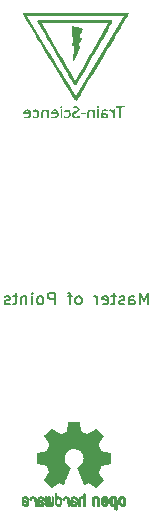
<source format=gbr>
%TF.GenerationSoftware,KiCad,Pcbnew,8.0.8*%
%TF.CreationDate,2025-01-30T22:26:20+01:00*%
%TF.ProjectId,pointMotor,706f696e-744d-46f7-946f-722e6b696361,rev?*%
%TF.SameCoordinates,Original*%
%TF.FileFunction,Legend,Bot*%
%TF.FilePolarity,Positive*%
%FSLAX46Y46*%
G04 Gerber Fmt 4.6, Leading zero omitted, Abs format (unit mm)*
G04 Created by KiCad (PCBNEW 8.0.8) date 2025-01-30 22:26:20*
%MOMM*%
%LPD*%
G01*
G04 APERTURE LIST*
G04 Aperture macros list*
%AMRoundRect*
0 Rectangle with rounded corners*
0 $1 Rounding radius*
0 $2 $3 $4 $5 $6 $7 $8 $9 X,Y pos of 4 corners*
0 Add a 4 corners polygon primitive as box body*
4,1,4,$2,$3,$4,$5,$6,$7,$8,$9,$2,$3,0*
0 Add four circle primitives for the rounded corners*
1,1,$1+$1,$2,$3*
1,1,$1+$1,$4,$5*
1,1,$1+$1,$6,$7*
1,1,$1+$1,$8,$9*
0 Add four rect primitives between the rounded corners*
20,1,$1+$1,$2,$3,$4,$5,0*
20,1,$1+$1,$4,$5,$6,$7,0*
20,1,$1+$1,$6,$7,$8,$9,0*
20,1,$1+$1,$8,$9,$2,$3,0*%
G04 Aperture macros list end*
%ADD10C,0.150000*%
%ADD11C,0.000000*%
%ADD12C,0.010000*%
%ADD13RoundRect,0.250000X-1.550000X0.650000X-1.550000X-0.650000X1.550000X-0.650000X1.550000X0.650000X0*%
%ADD14O,3.600000X1.800000*%
%ADD15RoundRect,0.250000X1.550000X-0.650000X1.550000X0.650000X-1.550000X0.650000X-1.550000X-0.650000X0*%
%ADD16R,1.500000X1.500000*%
%ADD17O,1.500000X1.500000*%
%ADD18R,1.710000X1.800000*%
%ADD19O,1.710000X1.800000*%
%ADD20C,3.200000*%
%ADD21C,1.524000*%
%ADD22C,1.400000*%
%ADD23O,1.400000X1.400000*%
G04 APERTURE END LIST*
D10*
X122252619Y-96339819D02*
X122252619Y-95339819D01*
X122252619Y-95339819D02*
X121919286Y-96054104D01*
X121919286Y-96054104D02*
X121585953Y-95339819D01*
X121585953Y-95339819D02*
X121585953Y-96339819D01*
X120681191Y-96339819D02*
X120681191Y-95816009D01*
X120681191Y-95816009D02*
X120728810Y-95720771D01*
X120728810Y-95720771D02*
X120824048Y-95673152D01*
X120824048Y-95673152D02*
X121014524Y-95673152D01*
X121014524Y-95673152D02*
X121109762Y-95720771D01*
X120681191Y-96292200D02*
X120776429Y-96339819D01*
X120776429Y-96339819D02*
X121014524Y-96339819D01*
X121014524Y-96339819D02*
X121109762Y-96292200D01*
X121109762Y-96292200D02*
X121157381Y-96196961D01*
X121157381Y-96196961D02*
X121157381Y-96101723D01*
X121157381Y-96101723D02*
X121109762Y-96006485D01*
X121109762Y-96006485D02*
X121014524Y-95958866D01*
X121014524Y-95958866D02*
X120776429Y-95958866D01*
X120776429Y-95958866D02*
X120681191Y-95911247D01*
X120252619Y-96292200D02*
X120157381Y-96339819D01*
X120157381Y-96339819D02*
X119966905Y-96339819D01*
X119966905Y-96339819D02*
X119871667Y-96292200D01*
X119871667Y-96292200D02*
X119824048Y-96196961D01*
X119824048Y-96196961D02*
X119824048Y-96149342D01*
X119824048Y-96149342D02*
X119871667Y-96054104D01*
X119871667Y-96054104D02*
X119966905Y-96006485D01*
X119966905Y-96006485D02*
X120109762Y-96006485D01*
X120109762Y-96006485D02*
X120205000Y-95958866D01*
X120205000Y-95958866D02*
X120252619Y-95863628D01*
X120252619Y-95863628D02*
X120252619Y-95816009D01*
X120252619Y-95816009D02*
X120205000Y-95720771D01*
X120205000Y-95720771D02*
X120109762Y-95673152D01*
X120109762Y-95673152D02*
X119966905Y-95673152D01*
X119966905Y-95673152D02*
X119871667Y-95720771D01*
X119538333Y-95673152D02*
X119157381Y-95673152D01*
X119395476Y-95339819D02*
X119395476Y-96196961D01*
X119395476Y-96196961D02*
X119347857Y-96292200D01*
X119347857Y-96292200D02*
X119252619Y-96339819D01*
X119252619Y-96339819D02*
X119157381Y-96339819D01*
X118443095Y-96292200D02*
X118538333Y-96339819D01*
X118538333Y-96339819D02*
X118728809Y-96339819D01*
X118728809Y-96339819D02*
X118824047Y-96292200D01*
X118824047Y-96292200D02*
X118871666Y-96196961D01*
X118871666Y-96196961D02*
X118871666Y-95816009D01*
X118871666Y-95816009D02*
X118824047Y-95720771D01*
X118824047Y-95720771D02*
X118728809Y-95673152D01*
X118728809Y-95673152D02*
X118538333Y-95673152D01*
X118538333Y-95673152D02*
X118443095Y-95720771D01*
X118443095Y-95720771D02*
X118395476Y-95816009D01*
X118395476Y-95816009D02*
X118395476Y-95911247D01*
X118395476Y-95911247D02*
X118871666Y-96006485D01*
X117966904Y-96339819D02*
X117966904Y-95673152D01*
X117966904Y-95863628D02*
X117919285Y-95768390D01*
X117919285Y-95768390D02*
X117871666Y-95720771D01*
X117871666Y-95720771D02*
X117776428Y-95673152D01*
X117776428Y-95673152D02*
X117681190Y-95673152D01*
X116443094Y-96339819D02*
X116538332Y-96292200D01*
X116538332Y-96292200D02*
X116585951Y-96244580D01*
X116585951Y-96244580D02*
X116633570Y-96149342D01*
X116633570Y-96149342D02*
X116633570Y-95863628D01*
X116633570Y-95863628D02*
X116585951Y-95768390D01*
X116585951Y-95768390D02*
X116538332Y-95720771D01*
X116538332Y-95720771D02*
X116443094Y-95673152D01*
X116443094Y-95673152D02*
X116300237Y-95673152D01*
X116300237Y-95673152D02*
X116204999Y-95720771D01*
X116204999Y-95720771D02*
X116157380Y-95768390D01*
X116157380Y-95768390D02*
X116109761Y-95863628D01*
X116109761Y-95863628D02*
X116109761Y-96149342D01*
X116109761Y-96149342D02*
X116157380Y-96244580D01*
X116157380Y-96244580D02*
X116204999Y-96292200D01*
X116204999Y-96292200D02*
X116300237Y-96339819D01*
X116300237Y-96339819D02*
X116443094Y-96339819D01*
X115824046Y-95673152D02*
X115443094Y-95673152D01*
X115681189Y-96339819D02*
X115681189Y-95482676D01*
X115681189Y-95482676D02*
X115633570Y-95387438D01*
X115633570Y-95387438D02*
X115538332Y-95339819D01*
X115538332Y-95339819D02*
X115443094Y-95339819D01*
X114347855Y-96339819D02*
X114347855Y-95339819D01*
X114347855Y-95339819D02*
X113966903Y-95339819D01*
X113966903Y-95339819D02*
X113871665Y-95387438D01*
X113871665Y-95387438D02*
X113824046Y-95435057D01*
X113824046Y-95435057D02*
X113776427Y-95530295D01*
X113776427Y-95530295D02*
X113776427Y-95673152D01*
X113776427Y-95673152D02*
X113824046Y-95768390D01*
X113824046Y-95768390D02*
X113871665Y-95816009D01*
X113871665Y-95816009D02*
X113966903Y-95863628D01*
X113966903Y-95863628D02*
X114347855Y-95863628D01*
X113204998Y-96339819D02*
X113300236Y-96292200D01*
X113300236Y-96292200D02*
X113347855Y-96244580D01*
X113347855Y-96244580D02*
X113395474Y-96149342D01*
X113395474Y-96149342D02*
X113395474Y-95863628D01*
X113395474Y-95863628D02*
X113347855Y-95768390D01*
X113347855Y-95768390D02*
X113300236Y-95720771D01*
X113300236Y-95720771D02*
X113204998Y-95673152D01*
X113204998Y-95673152D02*
X113062141Y-95673152D01*
X113062141Y-95673152D02*
X112966903Y-95720771D01*
X112966903Y-95720771D02*
X112919284Y-95768390D01*
X112919284Y-95768390D02*
X112871665Y-95863628D01*
X112871665Y-95863628D02*
X112871665Y-96149342D01*
X112871665Y-96149342D02*
X112919284Y-96244580D01*
X112919284Y-96244580D02*
X112966903Y-96292200D01*
X112966903Y-96292200D02*
X113062141Y-96339819D01*
X113062141Y-96339819D02*
X113204998Y-96339819D01*
X112443093Y-96339819D02*
X112443093Y-95673152D01*
X112443093Y-95339819D02*
X112490712Y-95387438D01*
X112490712Y-95387438D02*
X112443093Y-95435057D01*
X112443093Y-95435057D02*
X112395474Y-95387438D01*
X112395474Y-95387438D02*
X112443093Y-95339819D01*
X112443093Y-95339819D02*
X112443093Y-95435057D01*
X111966903Y-95673152D02*
X111966903Y-96339819D01*
X111966903Y-95768390D02*
X111919284Y-95720771D01*
X111919284Y-95720771D02*
X111824046Y-95673152D01*
X111824046Y-95673152D02*
X111681189Y-95673152D01*
X111681189Y-95673152D02*
X111585951Y-95720771D01*
X111585951Y-95720771D02*
X111538332Y-95816009D01*
X111538332Y-95816009D02*
X111538332Y-96339819D01*
X111204998Y-95673152D02*
X110824046Y-95673152D01*
X111062141Y-95339819D02*
X111062141Y-96196961D01*
X111062141Y-96196961D02*
X111014522Y-96292200D01*
X111014522Y-96292200D02*
X110919284Y-96339819D01*
X110919284Y-96339819D02*
X110824046Y-96339819D01*
X110538331Y-96292200D02*
X110443093Y-96339819D01*
X110443093Y-96339819D02*
X110252617Y-96339819D01*
X110252617Y-96339819D02*
X110157379Y-96292200D01*
X110157379Y-96292200D02*
X110109760Y-96196961D01*
X110109760Y-96196961D02*
X110109760Y-96149342D01*
X110109760Y-96149342D02*
X110157379Y-96054104D01*
X110157379Y-96054104D02*
X110252617Y-96006485D01*
X110252617Y-96006485D02*
X110395474Y-96006485D01*
X110395474Y-96006485D02*
X110490712Y-95958866D01*
X110490712Y-95958866D02*
X110538331Y-95863628D01*
X110538331Y-95863628D02*
X110538331Y-95816009D01*
X110538331Y-95816009D02*
X110490712Y-95720771D01*
X110490712Y-95720771D02*
X110395474Y-95673152D01*
X110395474Y-95673152D02*
X110252617Y-95673152D01*
X110252617Y-95673152D02*
X110157379Y-95720771D01*
D11*
%TO.C,G\u002A\u002A\u002A*%
G36*
X115015643Y-80578200D02*
G01*
X114854679Y-80578200D01*
X114854679Y-79837769D01*
X115015643Y-79837769D01*
X115015643Y-80578200D01*
G37*
G36*
X118106137Y-80578200D02*
G01*
X117945174Y-80578200D01*
X117945174Y-79837769D01*
X118106137Y-79837769D01*
X118106137Y-80578200D01*
G37*
G36*
X114978562Y-79578361D02*
G01*
X115009833Y-79636565D01*
X115011714Y-79653786D01*
X114998546Y-79697959D01*
X114939300Y-79708999D01*
X114885002Y-79703300D01*
X114836463Y-79667248D01*
X114842576Y-79597528D01*
X114866557Y-79565565D01*
X114922317Y-79552714D01*
X114978562Y-79578361D01*
G37*
G36*
X118069057Y-79578361D02*
G01*
X118100328Y-79636565D01*
X118102208Y-79653786D01*
X118089040Y-79697959D01*
X118029794Y-79708999D01*
X117975497Y-79703300D01*
X117926957Y-79667248D01*
X117933070Y-79597528D01*
X117957051Y-79565565D01*
X118012811Y-79552714D01*
X118069057Y-79578361D01*
G37*
G36*
X116880697Y-80106845D02*
G01*
X116951403Y-80133919D01*
X116979394Y-80176406D01*
X116977883Y-80186965D01*
X116952379Y-80209353D01*
X116886268Y-80220841D01*
X116767781Y-80224081D01*
X116668351Y-80222672D01*
X116598453Y-80215260D01*
X116568951Y-80198166D01*
X116566845Y-80167744D01*
X116568713Y-80161014D01*
X116611283Y-80122266D01*
X116690737Y-80100600D01*
X116787175Y-80095599D01*
X116880697Y-80106845D01*
G37*
G36*
X119426035Y-80578200D02*
G01*
X119345554Y-80578200D01*
X119320154Y-80577549D01*
X119288963Y-80567539D01*
X119272538Y-80534440D01*
X119266151Y-80464488D01*
X119265072Y-80343919D01*
X119264820Y-80311100D01*
X119252100Y-80150385D01*
X119217695Y-80043818D01*
X119158170Y-79984752D01*
X119070091Y-79966540D01*
X119048283Y-79966013D01*
X118990873Y-79949633D01*
X118975338Y-79902155D01*
X118982379Y-79874259D01*
X119030967Y-79841074D01*
X119110476Y-79839196D01*
X119202803Y-79871095D01*
X119245366Y-79887977D01*
X119265072Y-79871095D01*
X119285060Y-79849174D01*
X119345554Y-79837769D01*
X119426035Y-79837769D01*
X119426035Y-80578200D01*
G37*
G36*
X119991250Y-79548161D02*
G01*
X120129928Y-79549892D01*
X120218901Y-79554863D01*
X120268335Y-79564589D01*
X120288399Y-79580588D01*
X120289260Y-79604373D01*
X120276923Y-79631105D01*
X120226526Y-79657408D01*
X120125936Y-79670522D01*
X119973310Y-79680334D01*
X119973310Y-80578200D01*
X119812347Y-80578200D01*
X119812347Y-79676806D01*
X119667480Y-79676806D01*
X119657073Y-79676782D01*
X119571451Y-79671683D01*
X119532092Y-79652657D01*
X119522613Y-79612421D01*
X119524076Y-79593024D01*
X119536582Y-79572129D01*
X119570918Y-79558945D01*
X119637722Y-79551709D01*
X119747632Y-79548660D01*
X119911286Y-79548036D01*
X119991250Y-79548161D01*
G37*
G36*
X112845443Y-79852527D02*
G01*
X112949074Y-79913042D01*
X113014761Y-80023108D01*
X113045213Y-80185733D01*
X113050723Y-80294215D01*
X113043240Y-80366703D01*
X113015730Y-80420957D01*
X112961565Y-80480323D01*
X112927476Y-80512169D01*
X112841070Y-80564144D01*
X112736007Y-80578200D01*
X112634735Y-80564981D01*
X112543331Y-80524764D01*
X112488377Y-80467108D01*
X112483822Y-80401773D01*
X112495453Y-80374932D01*
X112518884Y-80362129D01*
X112564159Y-80396759D01*
X112565143Y-80397642D01*
X112654839Y-80441772D01*
X112756361Y-80442246D01*
X112840339Y-80398841D01*
X112850905Y-80386043D01*
X112881926Y-80303032D01*
X112890505Y-80194878D01*
X112876643Y-80090078D01*
X112840339Y-80017129D01*
X112839462Y-80016260D01*
X112755057Y-79973442D01*
X112653499Y-79974500D01*
X112564159Y-80019211D01*
X112535801Y-80043557D01*
X112505105Y-80052981D01*
X112483822Y-80014197D01*
X112485209Y-79956548D01*
X112534895Y-79897368D01*
X112621854Y-79854371D01*
X112731736Y-79837769D01*
X112845443Y-79852527D01*
G37*
G36*
X115517433Y-79852527D02*
G01*
X115621064Y-79913042D01*
X115686751Y-80023108D01*
X115717202Y-80185733D01*
X115722713Y-80294215D01*
X115715230Y-80366703D01*
X115687720Y-80420957D01*
X115633554Y-80480323D01*
X115599466Y-80512169D01*
X115513060Y-80564144D01*
X115407997Y-80578200D01*
X115306725Y-80564981D01*
X115215321Y-80524764D01*
X115160367Y-80467108D01*
X115155812Y-80401773D01*
X115167442Y-80374932D01*
X115190874Y-80362129D01*
X115236149Y-80396759D01*
X115237132Y-80397642D01*
X115326829Y-80441772D01*
X115428351Y-80442246D01*
X115512329Y-80398841D01*
X115515808Y-80395116D01*
X115550068Y-80319813D01*
X115562918Y-80207985D01*
X115562829Y-80198249D01*
X115548026Y-80088454D01*
X115512329Y-80017129D01*
X115511452Y-80016260D01*
X115427046Y-79973442D01*
X115325489Y-79974500D01*
X115236149Y-80019211D01*
X115207791Y-80043557D01*
X115177095Y-80052981D01*
X115155812Y-80014197D01*
X115157199Y-79956548D01*
X115206885Y-79897368D01*
X115293844Y-79854371D01*
X115403726Y-79837769D01*
X115517433Y-79852527D01*
G37*
G36*
X116233545Y-79559551D02*
G01*
X116353050Y-79609279D01*
X116431625Y-79688715D01*
X116463703Y-79787357D01*
X116443715Y-79894707D01*
X116366095Y-80000264D01*
X116347912Y-80016568D01*
X116266092Y-80077866D01*
X116197083Y-80113566D01*
X116167151Y-80124271D01*
X116075182Y-80183964D01*
X116022659Y-80262595D01*
X116016147Y-80345370D01*
X116062212Y-80417493D01*
X116072171Y-80424264D01*
X116153009Y-80442002D01*
X116275064Y-80433359D01*
X116424071Y-80399064D01*
X116472108Y-80395068D01*
X116497312Y-80422510D01*
X116481630Y-80472052D01*
X116424956Y-80528086D01*
X116352362Y-80559597D01*
X116228995Y-80576193D01*
X116096443Y-80566535D01*
X115982505Y-80530471D01*
X115913918Y-80475535D01*
X115854175Y-80373564D01*
X115835510Y-80271135D01*
X115861286Y-80171193D01*
X115941892Y-80082305D01*
X116082028Y-79996699D01*
X116159544Y-79953443D01*
X116258966Y-79873245D01*
X116296040Y-79796183D01*
X116269874Y-79723550D01*
X116267325Y-79720703D01*
X116208866Y-79690818D01*
X116125363Y-79677888D01*
X116045389Y-79683439D01*
X115997518Y-79708999D01*
X115956666Y-79739789D01*
X115907818Y-79728914D01*
X115884844Y-79677939D01*
X115884846Y-79677335D01*
X115914524Y-79608240D01*
X115997550Y-79563771D01*
X116126289Y-79548036D01*
X116233545Y-79559551D01*
G37*
G36*
X118909800Y-80357537D02*
G01*
X118895997Y-80453657D01*
X118841052Y-80526932D01*
X118793337Y-80549617D01*
X118689055Y-80567821D01*
X118532320Y-80571021D01*
X118293488Y-80566149D01*
X118302949Y-80310009D01*
X118460256Y-80310009D01*
X118465663Y-80347033D01*
X118498887Y-80410799D01*
X118540907Y-80436034D01*
X118619587Y-80448708D01*
X118695211Y-80435887D01*
X118739178Y-80398977D01*
X118741371Y-80341434D01*
X118689613Y-80296669D01*
X118578200Y-80266989D01*
X118507399Y-80258870D01*
X118469113Y-80270273D01*
X118460256Y-80310009D01*
X118302949Y-80310009D01*
X118304439Y-80269661D01*
X118307750Y-80196881D01*
X118323189Y-80042138D01*
X118353297Y-79938404D01*
X118404525Y-79876130D01*
X118483320Y-79845768D01*
X118596132Y-79837769D01*
X118631023Y-79838364D01*
X118763633Y-79855257D01*
X118848723Y-79893209D01*
X118878760Y-79949250D01*
X118878575Y-79953278D01*
X118860746Y-79976184D01*
X118804931Y-79982973D01*
X118698538Y-79975480D01*
X118600247Y-79968689D01*
X118526450Y-79975964D01*
X118489779Y-80001951D01*
X118467171Y-80048663D01*
X118468730Y-80105832D01*
X118516593Y-80127683D01*
X118578848Y-80133723D01*
X118689053Y-80160717D01*
X118792915Y-80200608D01*
X118861578Y-80243690D01*
X118880410Y-80266887D01*
X118904579Y-80341434D01*
X118909800Y-80357537D01*
G37*
G36*
X112363062Y-80108000D02*
G01*
X112367043Y-80279890D01*
X112362990Y-80310586D01*
X112329673Y-80423779D01*
X112264543Y-80504705D01*
X112251593Y-80514820D01*
X112163060Y-80555354D01*
X112052826Y-80575154D01*
X111937745Y-80575338D01*
X111834676Y-80557024D01*
X111760473Y-80521331D01*
X111731992Y-80469376D01*
X111732595Y-80462067D01*
X111752625Y-80440300D01*
X111810476Y-80433706D01*
X111918940Y-80440295D01*
X111994509Y-80444072D01*
X112118577Y-80427168D01*
X112191215Y-80374960D01*
X112214882Y-80286167D01*
X112214110Y-80271882D01*
X112201383Y-80246313D01*
X112162931Y-80231892D01*
X112085877Y-80225517D01*
X111957341Y-80224081D01*
X111699800Y-80224081D01*
X111699800Y-80125027D01*
X111711096Y-80069557D01*
X111860763Y-80069557D01*
X111876534Y-80080152D01*
X111940846Y-80091076D01*
X112037822Y-80095311D01*
X112110663Y-80093017D01*
X112185767Y-80083662D01*
X112214882Y-80069557D01*
X112197398Y-80026073D01*
X112132491Y-79983306D01*
X112037822Y-79966540D01*
X111963085Y-79976712D01*
X111889579Y-80014477D01*
X111860763Y-80069557D01*
X111711096Y-80069557D01*
X111717427Y-80038471D01*
X111784589Y-79937669D01*
X111886043Y-79865419D01*
X112004752Y-79837769D01*
X112069651Y-79841482D01*
X112211413Y-79885192D01*
X112310201Y-79975233D01*
X112347756Y-80069557D01*
X112363062Y-80108000D01*
G37*
G36*
X113808632Y-79838988D02*
G01*
X113832082Y-79849787D01*
X113846311Y-79881124D01*
X113853622Y-79943962D01*
X113856320Y-80049262D01*
X113856707Y-80207985D01*
X113856707Y-80578200D01*
X113776226Y-80578200D01*
X113742899Y-80576724D01*
X113716045Y-80563601D01*
X113702001Y-80525642D01*
X113696617Y-80449664D01*
X113695744Y-80322485D01*
X113695648Y-80283304D01*
X113692459Y-80166262D01*
X113681981Y-80093461D01*
X113660472Y-80048920D01*
X113624196Y-80016654D01*
X113606838Y-80005399D01*
X113517310Y-79971399D01*
X113439414Y-79975444D01*
X113393358Y-80017462D01*
X113391401Y-80023840D01*
X113382470Y-80089366D01*
X113376190Y-80195739D01*
X113373817Y-80323292D01*
X113373363Y-80428007D01*
X113369258Y-80513522D01*
X113357330Y-80558257D01*
X113333413Y-80575415D01*
X113293336Y-80578200D01*
X113288166Y-80578194D01*
X113251666Y-80574987D01*
X113229405Y-80557328D01*
X113217863Y-80512734D01*
X113213520Y-80428722D01*
X113212854Y-80292808D01*
X113218764Y-80128568D01*
X113242825Y-79990150D01*
X113289329Y-79900519D01*
X113362433Y-79852213D01*
X113466293Y-79837769D01*
X113480737Y-79838050D01*
X113569895Y-79851219D01*
X113628944Y-79878010D01*
X113664858Y-79902107D01*
X113686354Y-79878010D01*
X113713439Y-79852507D01*
X113778908Y-79837769D01*
X113808632Y-79838988D01*
G37*
G36*
X114680933Y-80108000D02*
G01*
X114684913Y-80279890D01*
X114680861Y-80310586D01*
X114647544Y-80423779D01*
X114582414Y-80504705D01*
X114569464Y-80514820D01*
X114480931Y-80555354D01*
X114370696Y-80575154D01*
X114255616Y-80575338D01*
X114152546Y-80557024D01*
X114078343Y-80521331D01*
X114049863Y-80469376D01*
X114050465Y-80462067D01*
X114070496Y-80440300D01*
X114128347Y-80433706D01*
X114236811Y-80440295D01*
X114312380Y-80444072D01*
X114436448Y-80427168D01*
X114509086Y-80374960D01*
X114532753Y-80286167D01*
X114531980Y-80271882D01*
X114519254Y-80246313D01*
X114480802Y-80231892D01*
X114403747Y-80225517D01*
X114275212Y-80224081D01*
X114017670Y-80224081D01*
X114017670Y-80125027D01*
X114028967Y-80069557D01*
X114178634Y-80069557D01*
X114194405Y-80080152D01*
X114258717Y-80091076D01*
X114355693Y-80095311D01*
X114428534Y-80093017D01*
X114503637Y-80083662D01*
X114532753Y-80069557D01*
X114515269Y-80026073D01*
X114450361Y-79983306D01*
X114355693Y-79966540D01*
X114280956Y-79976712D01*
X114207450Y-80014477D01*
X114178634Y-80069557D01*
X114028967Y-80069557D01*
X114035298Y-80038471D01*
X114102460Y-79937669D01*
X114203914Y-79865419D01*
X114322623Y-79837769D01*
X114387522Y-79841482D01*
X114529284Y-79885192D01*
X114628072Y-79975233D01*
X114665627Y-80069557D01*
X114680933Y-80108000D01*
G37*
G36*
X117703943Y-79838988D02*
G01*
X117727392Y-79849787D01*
X117741621Y-79881124D01*
X117748933Y-79943962D01*
X117751630Y-80049262D01*
X117752018Y-80207985D01*
X117752018Y-80578200D01*
X117671536Y-80578200D01*
X117638209Y-80576724D01*
X117611355Y-80563601D01*
X117597311Y-80525642D01*
X117591927Y-80449664D01*
X117591054Y-80322485D01*
X117590958Y-80283304D01*
X117587770Y-80166262D01*
X117577291Y-80093461D01*
X117555783Y-80048920D01*
X117519506Y-80016654D01*
X117502149Y-80005399D01*
X117412620Y-79971399D01*
X117334725Y-79975444D01*
X117288669Y-80017462D01*
X117286712Y-80023840D01*
X117277781Y-80089366D01*
X117271501Y-80195739D01*
X117269128Y-80323292D01*
X117268674Y-80428007D01*
X117264568Y-80513522D01*
X117252641Y-80558257D01*
X117228723Y-80575415D01*
X117188646Y-80578200D01*
X117183476Y-80578194D01*
X117146976Y-80574987D01*
X117124716Y-80557328D01*
X117113174Y-80512734D01*
X117108830Y-80428722D01*
X117108165Y-80292808D01*
X117114075Y-80128568D01*
X117138135Y-79990150D01*
X117184639Y-79900519D01*
X117257743Y-79852213D01*
X117361604Y-79837769D01*
X117376048Y-79838050D01*
X117465205Y-79851219D01*
X117524255Y-79878010D01*
X117560168Y-79902107D01*
X117581665Y-79878010D01*
X117608750Y-79852507D01*
X117674219Y-79837769D01*
X117703943Y-79838988D01*
G37*
G36*
X115943584Y-72810055D02*
G01*
X116050767Y-72832861D01*
X116151350Y-72856620D01*
X116268498Y-72882490D01*
X116351637Y-72898793D01*
X116473236Y-72920750D01*
X116611330Y-72953223D01*
X116698583Y-72986145D01*
X116729770Y-73006406D01*
X116737596Y-73039893D01*
X116708486Y-73103058D01*
X116678421Y-73162127D01*
X116632304Y-73258113D01*
X116578888Y-73372502D01*
X116525168Y-73489987D01*
X116478137Y-73595260D01*
X116444789Y-73673014D01*
X116432119Y-73707939D01*
X116441380Y-73715074D01*
X116490351Y-73721166D01*
X116530176Y-73727492D01*
X116603165Y-73761407D01*
X116618994Y-73773772D01*
X116639542Y-73803801D01*
X116631917Y-73849076D01*
X116595132Y-73930418D01*
X116555393Y-74014681D01*
X116506778Y-74121347D01*
X116456601Y-74233885D01*
X116411966Y-74336197D01*
X116379976Y-74412185D01*
X116367734Y-74445752D01*
X116380087Y-74453883D01*
X116431957Y-74470882D01*
X116448712Y-74475961D01*
X116497591Y-74509444D01*
X116510862Y-74569132D01*
X116488483Y-74664145D01*
X116430412Y-74803598D01*
X116371724Y-74931375D01*
X116313959Y-75057942D01*
X116270615Y-75153739D01*
X116229819Y-75244386D01*
X116172889Y-75370417D01*
X116114281Y-75499810D01*
X116065947Y-75599317D01*
X116009388Y-75689226D01*
X115967957Y-75716590D01*
X115941601Y-75681388D01*
X115930268Y-75583598D01*
X115933906Y-75423196D01*
X115937886Y-75353403D01*
X115946180Y-75204500D01*
X115955639Y-75031671D01*
X115964896Y-74859771D01*
X115984005Y-74501418D01*
X115899617Y-74480238D01*
X115894672Y-74478961D01*
X115854504Y-74461997D01*
X115833203Y-74429791D01*
X115829919Y-74370527D01*
X115843804Y-74272393D01*
X115874010Y-74123574D01*
X115878827Y-74100954D01*
X115908958Y-73949284D01*
X115922833Y-73846164D01*
X115920154Y-73779271D01*
X115900626Y-73736286D01*
X115863953Y-73704888D01*
X115861111Y-73703021D01*
X115831176Y-73680265D01*
X115811207Y-73651066D01*
X115799580Y-73603841D01*
X115794670Y-73527007D01*
X115794853Y-73408980D01*
X115798506Y-73238178D01*
X115799185Y-73211545D01*
X115804677Y-73057056D01*
X115811793Y-72928829D01*
X115819688Y-72839569D01*
X115827518Y-72801982D01*
X115862913Y-72799110D01*
X115943584Y-72810055D01*
G37*
G36*
X119159719Y-72583184D02*
G01*
X119080787Y-72732073D01*
X118975520Y-72924575D01*
X118842981Y-73162366D01*
X118682234Y-73447123D01*
X118492343Y-73780524D01*
X118272371Y-74164245D01*
X118021382Y-74599962D01*
X117738439Y-75089354D01*
X117689932Y-75173120D01*
X117473243Y-75547143D01*
X117265855Y-75904831D01*
X117070060Y-76242244D01*
X116888153Y-76555441D01*
X116722426Y-76840482D01*
X116575173Y-77093428D01*
X116448688Y-77310339D01*
X116345262Y-77487274D01*
X116267191Y-77620294D01*
X116216767Y-77705458D01*
X116196283Y-77738827D01*
X116156828Y-77763333D01*
X116082969Y-77771019D01*
X116073686Y-77768271D01*
X116053663Y-77754318D01*
X116026629Y-77725943D01*
X115990638Y-77679973D01*
X115943739Y-77613233D01*
X115883986Y-77522552D01*
X115809428Y-77404755D01*
X115718119Y-77256670D01*
X115608109Y-77075124D01*
X115477450Y-76856942D01*
X115324193Y-76598953D01*
X115146390Y-76297982D01*
X114942093Y-75950857D01*
X114709353Y-75554404D01*
X114446222Y-75105450D01*
X114197297Y-74679970D01*
X113936813Y-74233321D01*
X113707789Y-73838872D01*
X113509313Y-73495011D01*
X113340474Y-73200128D01*
X113200359Y-72952610D01*
X113088059Y-72750845D01*
X113002661Y-72593220D01*
X112978356Y-72546134D01*
X113248753Y-72546134D01*
X114656654Y-74951177D01*
X114826203Y-75240713D01*
X115030368Y-75589092D01*
X115223448Y-75918265D01*
X115403065Y-76224190D01*
X115566839Y-76502826D01*
X115712391Y-76750130D01*
X115837342Y-76962061D01*
X115939313Y-77134577D01*
X116015924Y-77263637D01*
X116064797Y-77345197D01*
X116083551Y-77375218D01*
X116097109Y-77358326D01*
X116140889Y-77290149D01*
X116212496Y-77173481D01*
X116309586Y-77012287D01*
X116429814Y-76810530D01*
X116570836Y-76572174D01*
X116730308Y-76301185D01*
X116905885Y-76001526D01*
X117095222Y-75677162D01*
X117295976Y-75332056D01*
X117505803Y-74970175D01*
X118909057Y-72546134D01*
X117493529Y-72537751D01*
X117201334Y-72536322D01*
X116790992Y-72535062D01*
X116350337Y-72534402D01*
X115898309Y-72534341D01*
X115453847Y-72534879D01*
X115035890Y-72536016D01*
X114663377Y-72537751D01*
X113248753Y-72546134D01*
X112978356Y-72546134D01*
X112943252Y-72478125D01*
X112908923Y-72403948D01*
X112898761Y-72369075D01*
X112907024Y-72288593D01*
X119248976Y-72288593D01*
X119248640Y-72385171D01*
X119242325Y-72409537D01*
X119213253Y-72476231D01*
X119178264Y-72546134D01*
X119159719Y-72583184D01*
G37*
G36*
X120487319Y-71977634D02*
G01*
X120418391Y-72101603D01*
X120331544Y-72254190D01*
X120225239Y-72438043D01*
X120097940Y-72655812D01*
X119948107Y-72910146D01*
X119774204Y-73203693D01*
X119574692Y-73539103D01*
X119348035Y-73919024D01*
X119092693Y-74346106D01*
X118807130Y-74822996D01*
X118489808Y-75352344D01*
X118426249Y-75458324D01*
X118162652Y-75897804D01*
X117908181Y-76321988D01*
X117664834Y-76727547D01*
X117434611Y-77111155D01*
X117219509Y-77469484D01*
X117021527Y-77799208D01*
X116842662Y-78097000D01*
X116684914Y-78359531D01*
X116550280Y-78583476D01*
X116440758Y-78765508D01*
X116358348Y-78902298D01*
X116305047Y-78990521D01*
X116282854Y-79026849D01*
X116234237Y-79077194D01*
X116151048Y-79091234D01*
X116145308Y-79089830D01*
X116128270Y-79079488D01*
X116105050Y-79057107D01*
X116073962Y-79019991D01*
X116033317Y-78965444D01*
X115981427Y-78890771D01*
X115916606Y-78793274D01*
X115837164Y-78670259D01*
X115741414Y-78519029D01*
X115627668Y-78336888D01*
X115494239Y-78121141D01*
X115339439Y-77869091D01*
X115161579Y-77578044D01*
X114958972Y-77245302D01*
X114729931Y-76868170D01*
X114472766Y-76443951D01*
X114185792Y-75969951D01*
X113867319Y-75443473D01*
X113824932Y-75373373D01*
X113483669Y-74808468D01*
X113175101Y-74296665D01*
X112898308Y-73836404D01*
X112652369Y-73426125D01*
X112436366Y-73064265D01*
X112249377Y-72749265D01*
X112090483Y-72479564D01*
X111958764Y-72253600D01*
X111853299Y-72069813D01*
X111773169Y-71926643D01*
X111760133Y-71902282D01*
X112029267Y-71902282D01*
X113820237Y-74864660D01*
X114029284Y-75210436D01*
X114273156Y-75613804D01*
X114509827Y-76005256D01*
X114736687Y-76380472D01*
X114951125Y-76735135D01*
X115150530Y-77064926D01*
X115332290Y-77365527D01*
X115493795Y-77632620D01*
X115632434Y-77861887D01*
X115745595Y-78049010D01*
X115830669Y-78189669D01*
X115885043Y-78279549D01*
X116158880Y-78732058D01*
X120256624Y-71902282D01*
X118199505Y-71893997D01*
X118118962Y-71893685D01*
X117664510Y-71892298D01*
X117164428Y-71891318D01*
X116634433Y-71890746D01*
X116090241Y-71890581D01*
X115547568Y-71890824D01*
X115022130Y-71891474D01*
X114529644Y-71892532D01*
X114085826Y-71893997D01*
X112029267Y-71902282D01*
X111760133Y-71902282D01*
X111717454Y-71822528D01*
X111685234Y-71755908D01*
X111675588Y-71725222D01*
X111683703Y-71644740D01*
X116133144Y-71636579D01*
X116729718Y-71635499D01*
X117295326Y-71634537D01*
X117802771Y-71633786D01*
X118255236Y-71633284D01*
X118655905Y-71633070D01*
X119007962Y-71633182D01*
X119314592Y-71633657D01*
X119578980Y-71634534D01*
X119804308Y-71635852D01*
X119993762Y-71637648D01*
X120150525Y-71639961D01*
X120277782Y-71642828D01*
X120378717Y-71646288D01*
X120456514Y-71650379D01*
X120514357Y-71655140D01*
X120555430Y-71660608D01*
X120582918Y-71666821D01*
X120600005Y-71673819D01*
X120609875Y-71681638D01*
X120615712Y-71690317D01*
X120616984Y-71694349D01*
X120614588Y-71714961D01*
X120601961Y-71750947D01*
X120577566Y-71804955D01*
X120539864Y-71879635D01*
X120527721Y-71902282D01*
X120487319Y-71977634D01*
G37*
D12*
%TO.C,REF\u002A\u002A*%
X112562501Y-112608476D02*
X112643167Y-112638440D01*
X112676714Y-112660954D01*
X112710687Y-112693212D01*
X112734919Y-112734246D01*
X112751001Y-112790108D01*
X112760521Y-112866851D01*
X112765068Y-112970525D01*
X112766231Y-113107184D01*
X112766003Y-113177805D01*
X112764860Y-113274308D01*
X112762919Y-113351323D01*
X112760365Y-113402319D01*
X112757381Y-113420769D01*
X112737962Y-113414667D01*
X112698766Y-113398095D01*
X112697589Y-113397558D01*
X112677235Y-113386903D01*
X112663546Y-113372282D01*
X112655199Y-113346673D01*
X112650874Y-113303054D01*
X112649248Y-113234403D01*
X112649000Y-113133698D01*
X112648500Y-113069813D01*
X112643164Y-112949751D01*
X112630945Y-112861809D01*
X112610552Y-112801375D01*
X112580695Y-112763836D01*
X112540082Y-112744581D01*
X112534448Y-112743239D01*
X112458378Y-112742191D01*
X112399052Y-112776271D01*
X112358077Y-112844598D01*
X112350770Y-112864351D01*
X112334114Y-112908066D01*
X112325679Y-112928155D01*
X112308356Y-112925387D01*
X112270525Y-112910365D01*
X112235240Y-112885556D01*
X112219154Y-112838670D01*
X112223952Y-112805087D01*
X112253431Y-112736967D01*
X112301098Y-112673134D01*
X112356839Y-112628988D01*
X112380193Y-112618782D01*
X112468619Y-112601718D01*
X112562501Y-112608476D01*
G36*
X112562501Y-112608476D02*
G01*
X112643167Y-112638440D01*
X112676714Y-112660954D01*
X112710687Y-112693212D01*
X112734919Y-112734246D01*
X112751001Y-112790108D01*
X112760521Y-112866851D01*
X112765068Y-112970525D01*
X112766231Y-113107184D01*
X112766003Y-113177805D01*
X112764860Y-113274308D01*
X112762919Y-113351323D01*
X112760365Y-113402319D01*
X112757381Y-113420769D01*
X112737962Y-113414667D01*
X112698766Y-113398095D01*
X112697589Y-113397558D01*
X112677235Y-113386903D01*
X112663546Y-113372282D01*
X112655199Y-113346673D01*
X112650874Y-113303054D01*
X112649248Y-113234403D01*
X112649000Y-113133698D01*
X112648500Y-113069813D01*
X112643164Y-112949751D01*
X112630945Y-112861809D01*
X112610552Y-112801375D01*
X112580695Y-112763836D01*
X112540082Y-112744581D01*
X112534448Y-112743239D01*
X112458378Y-112742191D01*
X112399052Y-112776271D01*
X112358077Y-112844598D01*
X112350770Y-112864351D01*
X112334114Y-112908066D01*
X112325679Y-112928155D01*
X112308356Y-112925387D01*
X112270525Y-112910365D01*
X112235240Y-112885556D01*
X112219154Y-112838670D01*
X112223952Y-112805087D01*
X112253431Y-112736967D01*
X112301098Y-112673134D01*
X112356839Y-112628988D01*
X112380193Y-112618782D01*
X112468619Y-112601718D01*
X112562501Y-112608476D01*
G37*
X117877372Y-112563684D02*
X117968629Y-112606569D01*
X118043416Y-112680729D01*
X118058917Y-112703944D01*
X118071774Y-112730256D01*
X118080893Y-112763420D01*
X118087102Y-112809881D01*
X118091233Y-112876082D01*
X118094116Y-112968468D01*
X118096579Y-113093485D01*
X118102697Y-113440278D01*
X118051303Y-113420738D01*
X118004246Y-113402787D01*
X117969015Y-113385511D01*
X117946017Y-113363242D01*
X117932655Y-113329165D01*
X117926328Y-113276463D01*
X117924437Y-113198323D01*
X117924385Y-113087928D01*
X117924117Y-112999935D01*
X117922521Y-112915502D01*
X117918712Y-112857834D01*
X117911820Y-112819988D01*
X117900975Y-112795024D01*
X117885308Y-112776000D01*
X117846792Y-112749153D01*
X117782091Y-112739034D01*
X117718081Y-112764606D01*
X117713856Y-112767880D01*
X117700689Y-112783007D01*
X117690975Y-112807268D01*
X117683903Y-112846650D01*
X117678656Y-112907141D01*
X117674421Y-112994729D01*
X117670385Y-113115402D01*
X117660615Y-113438515D01*
X117494539Y-113364065D01*
X117494539Y-113069062D01*
X117494883Y-112988919D01*
X117497847Y-112877431D01*
X117505351Y-112794421D01*
X117519190Y-112733199D01*
X117541155Y-112687075D01*
X117573039Y-112649358D01*
X117616633Y-112613358D01*
X117679336Y-112577089D01*
X117778117Y-112553412D01*
X117877372Y-112563684D01*
G36*
X117877372Y-112563684D02*
G01*
X117968629Y-112606569D01*
X118043416Y-112680729D01*
X118058917Y-112703944D01*
X118071774Y-112730256D01*
X118080893Y-112763420D01*
X118087102Y-112809881D01*
X118091233Y-112876082D01*
X118094116Y-112968468D01*
X118096579Y-113093485D01*
X118102697Y-113440278D01*
X118051303Y-113420738D01*
X118004246Y-113402787D01*
X117969015Y-113385511D01*
X117946017Y-113363242D01*
X117932655Y-113329165D01*
X117926328Y-113276463D01*
X117924437Y-113198323D01*
X117924385Y-113087928D01*
X117924117Y-112999935D01*
X117922521Y-112915502D01*
X117918712Y-112857834D01*
X117911820Y-112819988D01*
X117900975Y-112795024D01*
X117885308Y-112776000D01*
X117846792Y-112749153D01*
X117782091Y-112739034D01*
X117718081Y-112764606D01*
X117713856Y-112767880D01*
X117700689Y-112783007D01*
X117690975Y-112807268D01*
X117683903Y-112846650D01*
X117678656Y-112907141D01*
X117674421Y-112994729D01*
X117670385Y-113115402D01*
X117660615Y-113438515D01*
X117494539Y-113364065D01*
X117494539Y-113069062D01*
X117494883Y-112988919D01*
X117497847Y-112877431D01*
X117505351Y-112794421D01*
X117519190Y-112733199D01*
X117541155Y-112687075D01*
X117573039Y-112649358D01*
X117616633Y-112613358D01*
X117679336Y-112577089D01*
X117778117Y-112553412D01*
X117877372Y-112563684D01*
G37*
X115422892Y-112629167D02*
X115429060Y-112632581D01*
X115479447Y-112671692D01*
X115524498Y-112721975D01*
X115532355Y-112733339D01*
X115547376Y-112759860D01*
X115558107Y-112791336D01*
X115565486Y-112834591D01*
X115570452Y-112896449D01*
X115573942Y-112983733D01*
X115576893Y-113103269D01*
X115577311Y-113123478D01*
X115578654Y-113254499D01*
X115576761Y-113347296D01*
X115571605Y-113402507D01*
X115563158Y-113420769D01*
X115537594Y-113415301D01*
X115494166Y-113398733D01*
X115483940Y-113393888D01*
X115467967Y-113382920D01*
X115456954Y-113364890D01*
X115449750Y-113333396D01*
X115445208Y-113282036D01*
X115442180Y-113204410D01*
X115439516Y-113094115D01*
X115438785Y-113061875D01*
X115435965Y-112960050D01*
X115432304Y-112888788D01*
X115426694Y-112841332D01*
X115418029Y-112810925D01*
X115405202Y-112790810D01*
X115387105Y-112774229D01*
X115333525Y-112745161D01*
X115267612Y-112739564D01*
X115208635Y-112761807D01*
X115166203Y-112807859D01*
X115149923Y-112873692D01*
X115149470Y-112891587D01*
X115140578Y-112923982D01*
X115114325Y-112928925D01*
X115062919Y-112909633D01*
X115051013Y-112903446D01*
X115018835Y-112867058D01*
X115018198Y-112812954D01*
X115048856Y-112738128D01*
X115076978Y-112697350D01*
X115148883Y-112639421D01*
X115237638Y-112606670D01*
X115332542Y-112602212D01*
X115422892Y-112629167D01*
G36*
X115422892Y-112629167D02*
G01*
X115429060Y-112632581D01*
X115479447Y-112671692D01*
X115524498Y-112721975D01*
X115532355Y-112733339D01*
X115547376Y-112759860D01*
X115558107Y-112791336D01*
X115565486Y-112834591D01*
X115570452Y-112896449D01*
X115573942Y-112983733D01*
X115576893Y-113103269D01*
X115577311Y-113123478D01*
X115578654Y-113254499D01*
X115576761Y-113347296D01*
X115571605Y-113402507D01*
X115563158Y-113420769D01*
X115537594Y-113415301D01*
X115494166Y-113398733D01*
X115483940Y-113393888D01*
X115467967Y-113382920D01*
X115456954Y-113364890D01*
X115449750Y-113333396D01*
X115445208Y-113282036D01*
X115442180Y-113204410D01*
X115439516Y-113094115D01*
X115438785Y-113061875D01*
X115435965Y-112960050D01*
X115432304Y-112888788D01*
X115426694Y-112841332D01*
X115418029Y-112810925D01*
X115405202Y-112790810D01*
X115387105Y-112774229D01*
X115333525Y-112745161D01*
X115267612Y-112739564D01*
X115208635Y-112761807D01*
X115166203Y-112807859D01*
X115149923Y-112873692D01*
X115149470Y-112891587D01*
X115140578Y-112923982D01*
X115114325Y-112928925D01*
X115062919Y-112909633D01*
X115051013Y-112903446D01*
X115018835Y-112867058D01*
X115018198Y-112812954D01*
X115048856Y-112738128D01*
X115076978Y-112697350D01*
X115148883Y-112639421D01*
X115237638Y-112606670D01*
X115332542Y-112602212D01*
X115422892Y-112629167D01*
G37*
X116927923Y-112363806D02*
X116927923Y-112898455D01*
X116927660Y-113037094D01*
X116926958Y-113161805D01*
X116925883Y-113267557D01*
X116924500Y-113349322D01*
X116922874Y-113402069D01*
X116921070Y-113420769D01*
X116920364Y-113420706D01*
X116896387Y-113413912D01*
X116852685Y-113399320D01*
X116791154Y-113377870D01*
X116791154Y-113102617D01*
X116790763Y-112994466D01*
X116788946Y-112916026D01*
X116784767Y-112862647D01*
X116777286Y-112827256D01*
X116765567Y-112802779D01*
X116748671Y-112782144D01*
X116737152Y-112771170D01*
X116674864Y-112740775D01*
X116606211Y-112743466D01*
X116543298Y-112779406D01*
X116534139Y-112788325D01*
X116519471Y-112806844D01*
X116509433Y-112831326D01*
X116503151Y-112868393D01*
X116499748Y-112924667D01*
X116498349Y-113006771D01*
X116498077Y-113121329D01*
X116497947Y-113179430D01*
X116497099Y-113274993D01*
X116495594Y-113351526D01*
X116493585Y-113402345D01*
X116491223Y-113420769D01*
X116490518Y-113420706D01*
X116466541Y-113413912D01*
X116422839Y-113399320D01*
X116361308Y-113377870D01*
X116361338Y-113101358D01*
X116361384Y-113076742D01*
X116363970Y-112948419D01*
X116371913Y-112851384D01*
X116387155Y-112779057D01*
X116411636Y-112724855D01*
X116447298Y-112682198D01*
X116496082Y-112644505D01*
X116543661Y-112620910D01*
X116619732Y-112602672D01*
X116694556Y-112601636D01*
X116752077Y-112619378D01*
X116756402Y-112621829D01*
X116769738Y-112621566D01*
X116778851Y-112601039D01*
X116785428Y-112553980D01*
X116791154Y-112474120D01*
X116800923Y-112310236D01*
X116927923Y-112363806D01*
G36*
X116927923Y-112363806D02*
G01*
X116927923Y-112898455D01*
X116927660Y-113037094D01*
X116926958Y-113161805D01*
X116925883Y-113267557D01*
X116924500Y-113349322D01*
X116922874Y-113402069D01*
X116921070Y-113420769D01*
X116920364Y-113420706D01*
X116896387Y-113413912D01*
X116852685Y-113399320D01*
X116791154Y-113377870D01*
X116791154Y-113102617D01*
X116790763Y-112994466D01*
X116788946Y-112916026D01*
X116784767Y-112862647D01*
X116777286Y-112827256D01*
X116765567Y-112802779D01*
X116748671Y-112782144D01*
X116737152Y-112771170D01*
X116674864Y-112740775D01*
X116606211Y-112743466D01*
X116543298Y-112779406D01*
X116534139Y-112788325D01*
X116519471Y-112806844D01*
X116509433Y-112831326D01*
X116503151Y-112868393D01*
X116499748Y-112924667D01*
X116498349Y-113006771D01*
X116498077Y-113121329D01*
X116497947Y-113179430D01*
X116497099Y-113274993D01*
X116495594Y-113351526D01*
X116493585Y-113402345D01*
X116491223Y-113420769D01*
X116490518Y-113420706D01*
X116466541Y-113413912D01*
X116422839Y-113399320D01*
X116361308Y-113377870D01*
X116361338Y-113101358D01*
X116361384Y-113076742D01*
X116363970Y-112948419D01*
X116371913Y-112851384D01*
X116387155Y-112779057D01*
X116411636Y-112724855D01*
X116447298Y-112682198D01*
X116496082Y-112644505D01*
X116543661Y-112620910D01*
X116619732Y-112602672D01*
X116694556Y-112601636D01*
X116752077Y-112619378D01*
X116756402Y-112621829D01*
X116769738Y-112621566D01*
X116778851Y-112601039D01*
X116785428Y-112553980D01*
X116791154Y-112474120D01*
X116800923Y-112310236D01*
X116927923Y-112363806D01*
G37*
X114138998Y-112606034D02*
X114181850Y-112622829D01*
X114231615Y-112645503D01*
X114231615Y-113300533D01*
X114169785Y-113362363D01*
X114155662Y-113376228D01*
X114116536Y-113407046D01*
X114077078Y-113417028D01*
X114018362Y-113412433D01*
X113994456Y-113409462D01*
X113932801Y-113403176D01*
X113889692Y-113400672D01*
X113876905Y-113401055D01*
X113824446Y-113405200D01*
X113761022Y-113412433D01*
X113740730Y-113414918D01*
X113689610Y-113415895D01*
X113652207Y-113400462D01*
X113609599Y-113362363D01*
X113547769Y-113300533D01*
X113547769Y-112950343D01*
X113548251Y-112846857D01*
X113549753Y-112748192D01*
X113552089Y-112670068D01*
X113555071Y-112618662D01*
X113558509Y-112600154D01*
X113559230Y-112600204D01*
X113584203Y-112609413D01*
X113626399Y-112629707D01*
X113683549Y-112659261D01*
X113688928Y-112966746D01*
X113694308Y-113274231D01*
X113811539Y-113274231D01*
X113816885Y-112937192D01*
X113818579Y-112845574D01*
X113821005Y-112747649D01*
X113823634Y-112669906D01*
X113826246Y-112618642D01*
X113828623Y-112600154D01*
X113829306Y-112600219D01*
X113852996Y-112607020D01*
X113896546Y-112621604D01*
X113958077Y-112643054D01*
X113958376Y-112939104D01*
X113958676Y-112990532D01*
X113960754Y-113090466D01*
X113964470Y-113173925D01*
X113969430Y-113233377D01*
X113975240Y-113261287D01*
X113996024Y-113276214D01*
X114038440Y-113280825D01*
X114085077Y-113274231D01*
X114090423Y-112937192D01*
X114092336Y-112851546D01*
X114096303Y-112750172D01*
X114101491Y-112670655D01*
X114107499Y-112618736D01*
X114113927Y-112600154D01*
X114138998Y-112606034D01*
G36*
X114138998Y-112606034D02*
G01*
X114181850Y-112622829D01*
X114231615Y-112645503D01*
X114231615Y-113300533D01*
X114169785Y-113362363D01*
X114155662Y-113376228D01*
X114116536Y-113407046D01*
X114077078Y-113417028D01*
X114018362Y-113412433D01*
X113994456Y-113409462D01*
X113932801Y-113403176D01*
X113889692Y-113400672D01*
X113876905Y-113401055D01*
X113824446Y-113405200D01*
X113761022Y-113412433D01*
X113740730Y-113414918D01*
X113689610Y-113415895D01*
X113652207Y-113400462D01*
X113609599Y-113362363D01*
X113547769Y-113300533D01*
X113547769Y-112950343D01*
X113548251Y-112846857D01*
X113549753Y-112748192D01*
X113552089Y-112670068D01*
X113555071Y-112618662D01*
X113558509Y-112600154D01*
X113559230Y-112600204D01*
X113584203Y-112609413D01*
X113626399Y-112629707D01*
X113683549Y-112659261D01*
X113688928Y-112966746D01*
X113694308Y-113274231D01*
X113811539Y-113274231D01*
X113816885Y-112937192D01*
X113818579Y-112845574D01*
X113821005Y-112747649D01*
X113823634Y-112669906D01*
X113826246Y-112618642D01*
X113828623Y-112600154D01*
X113829306Y-112600219D01*
X113852996Y-112607020D01*
X113896546Y-112621604D01*
X113958077Y-112643054D01*
X113958376Y-112939104D01*
X113958676Y-112990532D01*
X113960754Y-113090466D01*
X113964470Y-113173925D01*
X113969430Y-113233377D01*
X113975240Y-113261287D01*
X113996024Y-113276214D01*
X114038440Y-113280825D01*
X114085077Y-113274231D01*
X114090423Y-112937192D01*
X114092336Y-112851546D01*
X114096303Y-112750172D01*
X114101491Y-112670655D01*
X114107499Y-112618736D01*
X114113927Y-112600154D01*
X114138998Y-112606034D01*
G37*
X120347154Y-112990923D02*
X120347135Y-113012105D01*
X120346076Y-113106584D01*
X120342436Y-113172414D01*
X120334892Y-113218394D01*
X120322122Y-113253321D01*
X120302803Y-113285995D01*
X120298050Y-113292775D01*
X120247759Y-113346231D01*
X120190457Y-113386547D01*
X120161032Y-113399629D01*
X120055299Y-113421450D01*
X119950734Y-113407336D01*
X119854368Y-113359105D01*
X119773235Y-113278579D01*
X119766385Y-113267791D01*
X119744097Y-113205153D01*
X119729079Y-113117935D01*
X119721792Y-113017210D01*
X119722611Y-112924037D01*
X119919796Y-112924037D01*
X119921349Y-113053114D01*
X119921974Y-113061420D01*
X119931077Y-113132643D01*
X119947288Y-113177809D01*
X119974660Y-113208752D01*
X120020553Y-113237737D01*
X120065942Y-113239261D01*
X120112692Y-113205846D01*
X120120824Y-113197053D01*
X120136754Y-113170741D01*
X120146159Y-113132520D01*
X120150632Y-113073349D01*
X120151769Y-112984182D01*
X120149822Y-112900664D01*
X120140105Y-112821095D01*
X120120047Y-112770808D01*
X120087240Y-112744513D01*
X120039280Y-112736923D01*
X120021016Y-112738432D01*
X119969848Y-112766107D01*
X119936035Y-112828172D01*
X119919796Y-112924037D01*
X119722611Y-112924037D01*
X119722699Y-112914052D01*
X119732262Y-112819533D01*
X119750943Y-112744727D01*
X119774951Y-112694905D01*
X119842536Y-112617409D01*
X119934114Y-112569256D01*
X120046213Y-112552703D01*
X120076151Y-112553599D01*
X120164315Y-112571929D01*
X120236733Y-112618104D01*
X120303192Y-112697648D01*
X120307147Y-112703548D01*
X120325040Y-112735288D01*
X120336678Y-112771163D01*
X120343371Y-112819906D01*
X120346426Y-112890249D01*
X120347106Y-112984182D01*
X120347154Y-112990923D01*
G36*
X120347154Y-112990923D02*
G01*
X120347135Y-113012105D01*
X120346076Y-113106584D01*
X120342436Y-113172414D01*
X120334892Y-113218394D01*
X120322122Y-113253321D01*
X120302803Y-113285995D01*
X120298050Y-113292775D01*
X120247759Y-113346231D01*
X120190457Y-113386547D01*
X120161032Y-113399629D01*
X120055299Y-113421450D01*
X119950734Y-113407336D01*
X119854368Y-113359105D01*
X119773235Y-113278579D01*
X119766385Y-113267791D01*
X119744097Y-113205153D01*
X119729079Y-113117935D01*
X119721792Y-113017210D01*
X119722611Y-112924037D01*
X119919796Y-112924037D01*
X119921349Y-113053114D01*
X119921974Y-113061420D01*
X119931077Y-113132643D01*
X119947288Y-113177809D01*
X119974660Y-113208752D01*
X120020553Y-113237737D01*
X120065942Y-113239261D01*
X120112692Y-113205846D01*
X120120824Y-113197053D01*
X120136754Y-113170741D01*
X120146159Y-113132520D01*
X120150632Y-113073349D01*
X120151769Y-112984182D01*
X120149822Y-112900664D01*
X120140105Y-112821095D01*
X120120047Y-112770808D01*
X120087240Y-112744513D01*
X120039280Y-112736923D01*
X120021016Y-112738432D01*
X119969848Y-112766107D01*
X119936035Y-112828172D01*
X119919796Y-112924037D01*
X119722611Y-112924037D01*
X119722699Y-112914052D01*
X119732262Y-112819533D01*
X119750943Y-112744727D01*
X119774951Y-112694905D01*
X119842536Y-112617409D01*
X119934114Y-112569256D01*
X120046213Y-112552703D01*
X120076151Y-112553599D01*
X120164315Y-112571929D01*
X120236733Y-112618104D01*
X120303192Y-112697648D01*
X120307147Y-112703548D01*
X120325040Y-112735288D01*
X120336678Y-112771163D01*
X120343371Y-112819906D01*
X120346426Y-112890249D01*
X120347106Y-112984182D01*
X120347154Y-112990923D01*
G37*
X112101794Y-113014376D02*
X112101413Y-113066449D01*
X112096641Y-113169047D01*
X112084150Y-113244126D01*
X112061121Y-113299748D01*
X112024732Y-113343975D01*
X111972162Y-113384869D01*
X111938714Y-113403466D01*
X111885098Y-113415991D01*
X111809780Y-113415003D01*
X111767672Y-113411035D01*
X111716879Y-113398920D01*
X111676280Y-113372585D01*
X111629049Y-113323514D01*
X111622738Y-113316346D01*
X111580277Y-113261189D01*
X111560018Y-113213150D01*
X111554846Y-113156184D01*
X111554846Y-113072471D01*
X111613346Y-113094552D01*
X111655994Y-113120364D01*
X111693064Y-113180928D01*
X111700803Y-113200320D01*
X111744074Y-113255235D01*
X111802976Y-113282879D01*
X111867111Y-113280393D01*
X111926077Y-113244923D01*
X111946342Y-113222805D01*
X111964720Y-113189436D01*
X111958971Y-113159117D01*
X111925887Y-113127913D01*
X111862261Y-113091887D01*
X111764885Y-113047103D01*
X111564615Y-112959445D01*
X111559301Y-112872607D01*
X111561299Y-112817296D01*
X111691783Y-112817296D01*
X111701688Y-112851538D01*
X111746756Y-112888096D01*
X111828557Y-112929692D01*
X111842092Y-112935718D01*
X111906818Y-112963753D01*
X111955247Y-112983472D01*
X111977751Y-112990923D01*
X111981161Y-112985438D01*
X111982529Y-112951948D01*
X111977651Y-112898116D01*
X111965364Y-112845473D01*
X111927041Y-112779151D01*
X111871720Y-112741780D01*
X111805640Y-112736721D01*
X111735040Y-112767339D01*
X111715474Y-112782648D01*
X111691783Y-112817296D01*
X111561299Y-112817296D01*
X111561647Y-112807663D01*
X111591186Y-112725590D01*
X111628472Y-112680361D01*
X111705776Y-112629838D01*
X111797478Y-112604316D01*
X111892274Y-112606336D01*
X111978859Y-112638440D01*
X111997920Y-112650767D01*
X112041640Y-112688912D01*
X112071540Y-112737167D01*
X112089968Y-112802710D01*
X112099270Y-112892720D01*
X112100499Y-112951948D01*
X112101794Y-113014376D01*
G36*
X112101794Y-113014376D02*
G01*
X112101413Y-113066449D01*
X112096641Y-113169047D01*
X112084150Y-113244126D01*
X112061121Y-113299748D01*
X112024732Y-113343975D01*
X111972162Y-113384869D01*
X111938714Y-113403466D01*
X111885098Y-113415991D01*
X111809780Y-113415003D01*
X111767672Y-113411035D01*
X111716879Y-113398920D01*
X111676280Y-113372585D01*
X111629049Y-113323514D01*
X111622738Y-113316346D01*
X111580277Y-113261189D01*
X111560018Y-113213150D01*
X111554846Y-113156184D01*
X111554846Y-113072471D01*
X111613346Y-113094552D01*
X111655994Y-113120364D01*
X111693064Y-113180928D01*
X111700803Y-113200320D01*
X111744074Y-113255235D01*
X111802976Y-113282879D01*
X111867111Y-113280393D01*
X111926077Y-113244923D01*
X111946342Y-113222805D01*
X111964720Y-113189436D01*
X111958971Y-113159117D01*
X111925887Y-113127913D01*
X111862261Y-113091887D01*
X111764885Y-113047103D01*
X111564615Y-112959445D01*
X111559301Y-112872607D01*
X111561299Y-112817296D01*
X111691783Y-112817296D01*
X111701688Y-112851538D01*
X111746756Y-112888096D01*
X111828557Y-112929692D01*
X111842092Y-112935718D01*
X111906818Y-112963753D01*
X111955247Y-112983472D01*
X111977751Y-112990923D01*
X111981161Y-112985438D01*
X111982529Y-112951948D01*
X111977651Y-112898116D01*
X111965364Y-112845473D01*
X111927041Y-112779151D01*
X111871720Y-112741780D01*
X111805640Y-112736721D01*
X111735040Y-112767339D01*
X111715474Y-112782648D01*
X111691783Y-112817296D01*
X111561299Y-112817296D01*
X111561647Y-112807663D01*
X111591186Y-112725590D01*
X111628472Y-112680361D01*
X111705776Y-112629838D01*
X111797478Y-112604316D01*
X111892274Y-112606336D01*
X111978859Y-112638440D01*
X111997920Y-112650767D01*
X112041640Y-112688912D01*
X112071540Y-112737167D01*
X112089968Y-112802710D01*
X112099270Y-112892720D01*
X112100499Y-112951948D01*
X112101794Y-113014376D01*
G37*
X114915401Y-113010462D02*
X114913839Y-113086652D01*
X114902810Y-113190507D01*
X114878814Y-113268333D01*
X114839043Y-113327760D01*
X114780688Y-113376418D01*
X114725100Y-113404546D01*
X114631751Y-113420199D01*
X114538530Y-113403084D01*
X114454272Y-113355388D01*
X114387818Y-113279294D01*
X114379793Y-113265262D01*
X114369196Y-113240679D01*
X114361335Y-113209309D01*
X114355807Y-113165769D01*
X114352206Y-113104678D01*
X114350128Y-113020655D01*
X114350064Y-113013200D01*
X114485615Y-113013200D01*
X114486077Y-113084316D01*
X114488999Y-113148641D01*
X114496221Y-113190166D01*
X114509561Y-113218067D01*
X114530836Y-113241517D01*
X114535821Y-113246025D01*
X114599863Y-113279295D01*
X114667625Y-113275890D01*
X114730734Y-113236042D01*
X114749526Y-113215398D01*
X114765254Y-113188029D01*
X114774039Y-113150192D01*
X114777859Y-113092355D01*
X114778692Y-113004986D01*
X114778281Y-112938319D01*
X114775434Y-112873245D01*
X114768256Y-112831251D01*
X114754889Y-112803063D01*
X114733472Y-112779406D01*
X114720890Y-112768753D01*
X114655699Y-112740057D01*
X114587400Y-112744575D01*
X114528098Y-112782144D01*
X114515333Y-112797040D01*
X114499764Y-112825089D01*
X114490762Y-112864258D01*
X114486617Y-112923858D01*
X114485615Y-113013200D01*
X114350064Y-113013200D01*
X114349167Y-112908320D01*
X114348919Y-112762289D01*
X114348846Y-112308963D01*
X114412346Y-112335564D01*
X114429136Y-112342845D01*
X114455859Y-112359287D01*
X114471156Y-112384187D01*
X114479563Y-112427732D01*
X114485615Y-112500106D01*
X114491144Y-112565089D01*
X114498450Y-112607750D01*
X114508918Y-112623670D01*
X114524692Y-112619400D01*
X114564890Y-112604397D01*
X114636728Y-112600678D01*
X114714010Y-112614572D01*
X114780688Y-112644505D01*
X114817371Y-112672211D01*
X114864472Y-112726269D01*
X114894638Y-112795577D01*
X114910678Y-112887765D01*
X114915191Y-113004986D01*
X114915401Y-113010462D01*
G36*
X114915401Y-113010462D02*
G01*
X114913839Y-113086652D01*
X114902810Y-113190507D01*
X114878814Y-113268333D01*
X114839043Y-113327760D01*
X114780688Y-113376418D01*
X114725100Y-113404546D01*
X114631751Y-113420199D01*
X114538530Y-113403084D01*
X114454272Y-113355388D01*
X114387818Y-113279294D01*
X114379793Y-113265262D01*
X114369196Y-113240679D01*
X114361335Y-113209309D01*
X114355807Y-113165769D01*
X114352206Y-113104678D01*
X114350128Y-113020655D01*
X114350064Y-113013200D01*
X114485615Y-113013200D01*
X114486077Y-113084316D01*
X114488999Y-113148641D01*
X114496221Y-113190166D01*
X114509561Y-113218067D01*
X114530836Y-113241517D01*
X114535821Y-113246025D01*
X114599863Y-113279295D01*
X114667625Y-113275890D01*
X114730734Y-113236042D01*
X114749526Y-113215398D01*
X114765254Y-113188029D01*
X114774039Y-113150192D01*
X114777859Y-113092355D01*
X114778692Y-113004986D01*
X114778281Y-112938319D01*
X114775434Y-112873245D01*
X114768256Y-112831251D01*
X114754889Y-112803063D01*
X114733472Y-112779406D01*
X114720890Y-112768753D01*
X114655699Y-112740057D01*
X114587400Y-112744575D01*
X114528098Y-112782144D01*
X114515333Y-112797040D01*
X114499764Y-112825089D01*
X114490762Y-112864258D01*
X114486617Y-112923858D01*
X114485615Y-113013200D01*
X114350064Y-113013200D01*
X114349167Y-112908320D01*
X114348919Y-112762289D01*
X114348846Y-112308963D01*
X114412346Y-112335564D01*
X114429136Y-112342845D01*
X114455859Y-112359287D01*
X114471156Y-112384187D01*
X114479563Y-112427732D01*
X114485615Y-112500106D01*
X114491144Y-112565089D01*
X114498450Y-112607750D01*
X114508918Y-112623670D01*
X114524692Y-112619400D01*
X114564890Y-112604397D01*
X114636728Y-112600678D01*
X114714010Y-112614572D01*
X114780688Y-112644505D01*
X114817371Y-112672211D01*
X114864472Y-112726269D01*
X114894638Y-112795577D01*
X114910678Y-112887765D01*
X114915191Y-113004986D01*
X114915401Y-113010462D01*
G37*
X118861787Y-112935536D02*
X118855574Y-113083643D01*
X118852066Y-113115021D01*
X118825927Y-113226705D01*
X118778694Y-113311642D01*
X118706862Y-113376741D01*
X118702802Y-113379428D01*
X118611487Y-113417634D01*
X118516144Y-113421034D01*
X118424274Y-113391939D01*
X118343379Y-113332660D01*
X118280962Y-113245510D01*
X118279914Y-113243409D01*
X118259173Y-113189289D01*
X118243980Y-113127781D01*
X118235921Y-113070039D01*
X118236582Y-113027215D01*
X118247548Y-113010462D01*
X118257290Y-113011480D01*
X118303877Y-113030009D01*
X118356682Y-113064081D01*
X118401603Y-113103522D01*
X118424535Y-113138155D01*
X118448373Y-113185133D01*
X118497230Y-113227862D01*
X118553963Y-113244923D01*
X118574758Y-113239990D01*
X118615804Y-113215157D01*
X118651557Y-113180685D01*
X118666846Y-113149411D01*
X118666842Y-113149295D01*
X118649495Y-113134933D01*
X118603247Y-113109025D01*
X118535067Y-113075210D01*
X118451923Y-113037129D01*
X118451466Y-113036927D01*
X118361138Y-112996709D01*
X118300592Y-112967733D01*
X118263888Y-112945474D01*
X118245086Y-112925407D01*
X118238246Y-112903009D01*
X118237429Y-112873756D01*
X118243113Y-112818363D01*
X118436000Y-112818363D01*
X118455911Y-112835777D01*
X118505521Y-112861872D01*
X118506976Y-112862610D01*
X118565506Y-112890483D01*
X118617868Y-112912719D01*
X118651086Y-112922126D01*
X118664410Y-112909552D01*
X118666846Y-112866468D01*
X118656724Y-112812847D01*
X118621631Y-112764119D01*
X118570823Y-112738856D01*
X118514181Y-112741406D01*
X118461584Y-112776120D01*
X118440910Y-112800107D01*
X118436000Y-112818363D01*
X118243113Y-112818363D01*
X118244622Y-112803654D01*
X118280184Y-112708412D01*
X118339714Y-112633567D01*
X118416746Y-112581745D01*
X118504815Y-112555573D01*
X118597454Y-112557676D01*
X118688198Y-112590681D01*
X118770579Y-112657215D01*
X118816222Y-112723055D01*
X118849008Y-112817036D01*
X118854339Y-112866468D01*
X118861787Y-112935536D01*
G36*
X118861787Y-112935536D02*
G01*
X118855574Y-113083643D01*
X118852066Y-113115021D01*
X118825927Y-113226705D01*
X118778694Y-113311642D01*
X118706862Y-113376741D01*
X118702802Y-113379428D01*
X118611487Y-113417634D01*
X118516144Y-113421034D01*
X118424274Y-113391939D01*
X118343379Y-113332660D01*
X118280962Y-113245510D01*
X118279914Y-113243409D01*
X118259173Y-113189289D01*
X118243980Y-113127781D01*
X118235921Y-113070039D01*
X118236582Y-113027215D01*
X118247548Y-113010462D01*
X118257290Y-113011480D01*
X118303877Y-113030009D01*
X118356682Y-113064081D01*
X118401603Y-113103522D01*
X118424535Y-113138155D01*
X118448373Y-113185133D01*
X118497230Y-113227862D01*
X118553963Y-113244923D01*
X118574758Y-113239990D01*
X118615804Y-113215157D01*
X118651557Y-113180685D01*
X118666846Y-113149411D01*
X118666842Y-113149295D01*
X118649495Y-113134933D01*
X118603247Y-113109025D01*
X118535067Y-113075210D01*
X118451923Y-113037129D01*
X118451466Y-113036927D01*
X118361138Y-112996709D01*
X118300592Y-112967733D01*
X118263888Y-112945474D01*
X118245086Y-112925407D01*
X118238246Y-112903009D01*
X118237429Y-112873756D01*
X118243113Y-112818363D01*
X118436000Y-112818363D01*
X118455911Y-112835777D01*
X118505521Y-112861872D01*
X118506976Y-112862610D01*
X118565506Y-112890483D01*
X118617868Y-112912719D01*
X118651086Y-112922126D01*
X118664410Y-112909552D01*
X118666846Y-112866468D01*
X118656724Y-112812847D01*
X118621631Y-112764119D01*
X118570823Y-112738856D01*
X118514181Y-112741406D01*
X118461584Y-112776120D01*
X118440910Y-112800107D01*
X118436000Y-112818363D01*
X118243113Y-112818363D01*
X118244622Y-112803654D01*
X118280184Y-112708412D01*
X118339714Y-112633567D01*
X118416746Y-112581745D01*
X118504815Y-112555573D01*
X118597454Y-112557676D01*
X118688198Y-112590681D01*
X118770579Y-112657215D01*
X118816222Y-112723055D01*
X118849008Y-112817036D01*
X118854339Y-112866468D01*
X118861787Y-112935536D01*
G37*
X116071458Y-112621228D02*
X116138622Y-112660389D01*
X116168169Y-112690902D01*
X116224948Y-112782110D01*
X116244077Y-112881548D01*
X116244077Y-112949960D01*
X116181191Y-112923518D01*
X116137700Y-112896837D01*
X116103426Y-112841446D01*
X116099907Y-112830024D01*
X116062028Y-112771838D01*
X116004936Y-112740407D01*
X115939383Y-112739058D01*
X115876117Y-112771116D01*
X115866672Y-112779383D01*
X115835087Y-112815311D01*
X115829871Y-112846635D01*
X115853765Y-112877391D01*
X115909510Y-112911617D01*
X115999846Y-112953350D01*
X116005956Y-112955993D01*
X116106241Y-113002755D01*
X116174735Y-113044181D01*
X116216899Y-113085542D01*
X116238193Y-113132111D01*
X116244077Y-113189160D01*
X116236366Y-113252408D01*
X116197430Y-113333364D01*
X116128932Y-113391522D01*
X116079388Y-113408983D01*
X116009469Y-113418537D01*
X115941575Y-113416496D01*
X115893093Y-113402082D01*
X115887943Y-113398493D01*
X115874267Y-113373416D01*
X115883757Y-113329218D01*
X115900246Y-113294527D01*
X115926687Y-113280084D01*
X115976834Y-113280803D01*
X116046453Y-113276660D01*
X116091943Y-113248054D01*
X116107308Y-113195104D01*
X116107294Y-113193582D01*
X116097983Y-113162845D01*
X116066311Y-113134643D01*
X116004731Y-113102136D01*
X115920986Y-113062998D01*
X115865518Y-113041706D01*
X115833497Y-113043079D01*
X115818534Y-113071203D01*
X115814242Y-113130170D01*
X115814231Y-113224068D01*
X115813752Y-113282031D01*
X115811556Y-113353612D01*
X115807986Y-113402606D01*
X115803491Y-113420769D01*
X115802290Y-113420646D01*
X115776319Y-113410802D01*
X115733305Y-113390028D01*
X115673859Y-113359287D01*
X115680923Y-113082298D01*
X115681414Y-113063928D01*
X115687025Y-112934992D01*
X115696938Y-112837814D01*
X115713175Y-112765925D01*
X115737759Y-112712852D01*
X115772715Y-112672127D01*
X115820064Y-112637279D01*
X115820940Y-112636733D01*
X115897499Y-112608303D01*
X115986044Y-112603500D01*
X116071458Y-112621228D01*
G36*
X116071458Y-112621228D02*
G01*
X116138622Y-112660389D01*
X116168169Y-112690902D01*
X116224948Y-112782110D01*
X116244077Y-112881548D01*
X116244077Y-112949960D01*
X116181191Y-112923518D01*
X116137700Y-112896837D01*
X116103426Y-112841446D01*
X116099907Y-112830024D01*
X116062028Y-112771838D01*
X116004936Y-112740407D01*
X115939383Y-112739058D01*
X115876117Y-112771116D01*
X115866672Y-112779383D01*
X115835087Y-112815311D01*
X115829871Y-112846635D01*
X115853765Y-112877391D01*
X115909510Y-112911617D01*
X115999846Y-112953350D01*
X116005956Y-112955993D01*
X116106241Y-113002755D01*
X116174735Y-113044181D01*
X116216899Y-113085542D01*
X116238193Y-113132111D01*
X116244077Y-113189160D01*
X116236366Y-113252408D01*
X116197430Y-113333364D01*
X116128932Y-113391522D01*
X116079388Y-113408983D01*
X116009469Y-113418537D01*
X115941575Y-113416496D01*
X115893093Y-113402082D01*
X115887943Y-113398493D01*
X115874267Y-113373416D01*
X115883757Y-113329218D01*
X115900246Y-113294527D01*
X115926687Y-113280084D01*
X115976834Y-113280803D01*
X116046453Y-113276660D01*
X116091943Y-113248054D01*
X116107308Y-113195104D01*
X116107294Y-113193582D01*
X116097983Y-113162845D01*
X116066311Y-113134643D01*
X116004731Y-113102136D01*
X115920986Y-113062998D01*
X115865518Y-113041706D01*
X115833497Y-113043079D01*
X115818534Y-113071203D01*
X115814242Y-113130170D01*
X115814231Y-113224068D01*
X115813752Y-113282031D01*
X115811556Y-113353612D01*
X115807986Y-113402606D01*
X115803491Y-113420769D01*
X115802290Y-113420646D01*
X115776319Y-113410802D01*
X115733305Y-113390028D01*
X115673859Y-113359287D01*
X115680923Y-113082298D01*
X115681414Y-113063928D01*
X115687025Y-112934992D01*
X115696938Y-112837814D01*
X115713175Y-112765925D01*
X115737759Y-112712852D01*
X115772715Y-112672127D01*
X115820064Y-112637279D01*
X115820940Y-112636733D01*
X115897499Y-112608303D01*
X115986044Y-112603500D01*
X116071458Y-112621228D01*
G37*
X113214936Y-112601911D02*
X113256807Y-112612547D01*
X113295791Y-112639062D01*
X113345965Y-112688420D01*
X113378232Y-112723279D01*
X113411844Y-112768534D01*
X113427003Y-112810951D01*
X113430539Y-112864768D01*
X113430539Y-112952850D01*
X113370470Y-112921787D01*
X113322867Y-112883936D01*
X113290261Y-112832950D01*
X113284661Y-112819088D01*
X113241992Y-112765358D01*
X113182707Y-112738417D01*
X113118061Y-112741039D01*
X113059308Y-112776000D01*
X113034450Y-112804394D01*
X113019970Y-112840718D01*
X113035470Y-112873046D01*
X113083667Y-112905565D01*
X113167274Y-112942461D01*
X113179962Y-112947557D01*
X113256078Y-112980907D01*
X113321396Y-113013793D01*
X113362953Y-113039769D01*
X113404576Y-113086167D01*
X113432247Y-113160211D01*
X113429310Y-113239670D01*
X113396571Y-113314868D01*
X113334841Y-113376131D01*
X113284858Y-113402210D01*
X113188303Y-113420470D01*
X113134647Y-113418007D01*
X113084976Y-113404687D01*
X113065919Y-113376739D01*
X113073045Y-113330710D01*
X113075118Y-113324624D01*
X113091556Y-113292349D01*
X113118926Y-113280133D01*
X113171068Y-113280950D01*
X113207884Y-113282061D01*
X113250961Y-113272528D01*
X113280475Y-113244026D01*
X113297286Y-113208935D01*
X113299161Y-113172175D01*
X113299074Y-113171961D01*
X113277279Y-113152098D01*
X113230632Y-113123192D01*
X113170278Y-113090886D01*
X113107360Y-113060823D01*
X113053023Y-113038646D01*
X113018410Y-113030000D01*
X113013260Y-113038467D01*
X113006778Y-113078309D01*
X113002339Y-113143371D01*
X113000692Y-113225385D01*
X113000309Y-113282153D01*
X112998505Y-113353648D01*
X112995558Y-113402610D01*
X112991843Y-113420769D01*
X112972424Y-113414667D01*
X112933227Y-113398095D01*
X112883462Y-113375420D01*
X112883462Y-113084509D01*
X112883780Y-113009940D01*
X112886789Y-112896701D01*
X112894454Y-112812692D01*
X112908562Y-112751520D01*
X112930899Y-112706795D01*
X112963253Y-112672124D01*
X113007410Y-112641117D01*
X113063667Y-112615528D01*
X113167540Y-112600154D01*
X113214936Y-112601911D01*
G36*
X113214936Y-112601911D02*
G01*
X113256807Y-112612547D01*
X113295791Y-112639062D01*
X113345965Y-112688420D01*
X113378232Y-112723279D01*
X113411844Y-112768534D01*
X113427003Y-112810951D01*
X113430539Y-112864768D01*
X113430539Y-112952850D01*
X113370470Y-112921787D01*
X113322867Y-112883936D01*
X113290261Y-112832950D01*
X113284661Y-112819088D01*
X113241992Y-112765358D01*
X113182707Y-112738417D01*
X113118061Y-112741039D01*
X113059308Y-112776000D01*
X113034450Y-112804394D01*
X113019970Y-112840718D01*
X113035470Y-112873046D01*
X113083667Y-112905565D01*
X113167274Y-112942461D01*
X113179962Y-112947557D01*
X113256078Y-112980907D01*
X113321396Y-113013793D01*
X113362953Y-113039769D01*
X113404576Y-113086167D01*
X113432247Y-113160211D01*
X113429310Y-113239670D01*
X113396571Y-113314868D01*
X113334841Y-113376131D01*
X113284858Y-113402210D01*
X113188303Y-113420470D01*
X113134647Y-113418007D01*
X113084976Y-113404687D01*
X113065919Y-113376739D01*
X113073045Y-113330710D01*
X113075118Y-113324624D01*
X113091556Y-113292349D01*
X113118926Y-113280133D01*
X113171068Y-113280950D01*
X113207884Y-113282061D01*
X113250961Y-113272528D01*
X113280475Y-113244026D01*
X113297286Y-113208935D01*
X113299161Y-113172175D01*
X113299074Y-113171961D01*
X113277279Y-113152098D01*
X113230632Y-113123192D01*
X113170278Y-113090886D01*
X113107360Y-113060823D01*
X113053023Y-113038646D01*
X113018410Y-113030000D01*
X113013260Y-113038467D01*
X113006778Y-113078309D01*
X113002339Y-113143371D01*
X113000692Y-113225385D01*
X113000309Y-113282153D01*
X112998505Y-113353648D01*
X112995558Y-113402610D01*
X112991843Y-113420769D01*
X112972424Y-113414667D01*
X112933227Y-113398095D01*
X112883462Y-113375420D01*
X112883462Y-113084509D01*
X112883780Y-113009940D01*
X112886789Y-112896701D01*
X112894454Y-112812692D01*
X112908562Y-112751520D01*
X112930899Y-112706795D01*
X112963253Y-112672124D01*
X113007410Y-112641117D01*
X113063667Y-112615528D01*
X113167540Y-112600154D01*
X113214936Y-112601911D01*
G37*
X119598828Y-113080205D02*
X119600763Y-113230269D01*
X119601300Y-113273802D01*
X119603019Y-113419344D01*
X119603365Y-113530711D01*
X119601277Y-113611804D01*
X119595698Y-113666522D01*
X119585567Y-113698761D01*
X119569826Y-113712422D01*
X119547417Y-113711403D01*
X119517280Y-113699603D01*
X119478355Y-113680920D01*
X119470038Y-113676933D01*
X119435402Y-113657419D01*
X119417314Y-113634202D01*
X119410392Y-113595492D01*
X119409256Y-113529497D01*
X119409205Y-113411000D01*
X119287141Y-113411000D01*
X119212055Y-113407712D01*
X119153015Y-113394377D01*
X119103986Y-113367423D01*
X119100330Y-113364788D01*
X119050581Y-113320286D01*
X119015959Y-113266523D01*
X118994123Y-113196154D01*
X118982737Y-113101830D01*
X118979959Y-112995271D01*
X119174846Y-112995271D01*
X119174880Y-113013131D01*
X119176735Y-113093748D01*
X119182693Y-113146447D01*
X119194506Y-113180668D01*
X119213923Y-113205846D01*
X119215133Y-113207049D01*
X119262858Y-113239628D01*
X119309110Y-113236417D01*
X119361350Y-113196965D01*
X119374128Y-113183482D01*
X119392949Y-113155837D01*
X119403562Y-113119880D01*
X119408252Y-113065364D01*
X119409308Y-112982042D01*
X119408394Y-112931598D01*
X119398477Y-112839857D01*
X119375842Y-112779752D01*
X119338238Y-112746900D01*
X119283416Y-112736923D01*
X119260317Y-112739050D01*
X119220350Y-112760147D01*
X119193926Y-112807161D01*
X119179330Y-112884175D01*
X119174846Y-112995271D01*
X118979959Y-112995271D01*
X118979462Y-112976206D01*
X118980187Y-112884536D01*
X118983490Y-112815098D01*
X118990828Y-112766945D01*
X119003655Y-112730866D01*
X119023423Y-112697648D01*
X119041569Y-112672261D01*
X119107461Y-112603727D01*
X119182114Y-112566505D01*
X119275904Y-112554722D01*
X119383240Y-112566467D01*
X119476031Y-112608595D01*
X119549421Y-112682898D01*
X119554954Y-112690764D01*
X119567857Y-112711668D01*
X119577742Y-112735555D01*
X119585093Y-112767582D01*
X119590394Y-112812905D01*
X119594127Y-112876679D01*
X119596778Y-112964060D01*
X119597096Y-112982042D01*
X119598828Y-113080205D01*
G36*
X119598828Y-113080205D02*
G01*
X119600763Y-113230269D01*
X119601300Y-113273802D01*
X119603019Y-113419344D01*
X119603365Y-113530711D01*
X119601277Y-113611804D01*
X119595698Y-113666522D01*
X119585567Y-113698761D01*
X119569826Y-113712422D01*
X119547417Y-113711403D01*
X119517280Y-113699603D01*
X119478355Y-113680920D01*
X119470038Y-113676933D01*
X119435402Y-113657419D01*
X119417314Y-113634202D01*
X119410392Y-113595492D01*
X119409256Y-113529497D01*
X119409205Y-113411000D01*
X119287141Y-113411000D01*
X119212055Y-113407712D01*
X119153015Y-113394377D01*
X119103986Y-113367423D01*
X119100330Y-113364788D01*
X119050581Y-113320286D01*
X119015959Y-113266523D01*
X118994123Y-113196154D01*
X118982737Y-113101830D01*
X118979959Y-112995271D01*
X119174846Y-112995271D01*
X119174880Y-113013131D01*
X119176735Y-113093748D01*
X119182693Y-113146447D01*
X119194506Y-113180668D01*
X119213923Y-113205846D01*
X119215133Y-113207049D01*
X119262858Y-113239628D01*
X119309110Y-113236417D01*
X119361350Y-113196965D01*
X119374128Y-113183482D01*
X119392949Y-113155837D01*
X119403562Y-113119880D01*
X119408252Y-113065364D01*
X119409308Y-112982042D01*
X119408394Y-112931598D01*
X119398477Y-112839857D01*
X119375842Y-112779752D01*
X119338238Y-112746900D01*
X119283416Y-112736923D01*
X119260317Y-112739050D01*
X119220350Y-112760147D01*
X119193926Y-112807161D01*
X119179330Y-112884175D01*
X119174846Y-112995271D01*
X118979959Y-112995271D01*
X118979462Y-112976206D01*
X118980187Y-112884536D01*
X118983490Y-112815098D01*
X118990828Y-112766945D01*
X119003655Y-112730866D01*
X119023423Y-112697648D01*
X119041569Y-112672261D01*
X119107461Y-112603727D01*
X119182114Y-112566505D01*
X119275904Y-112554722D01*
X119383240Y-112566467D01*
X119476031Y-112608595D01*
X119549421Y-112682898D01*
X119554954Y-112690764D01*
X119567857Y-112711668D01*
X119577742Y-112735555D01*
X119585093Y-112767582D01*
X119590394Y-112812905D01*
X119594127Y-112876679D01*
X119596778Y-112964060D01*
X119597096Y-112982042D01*
X119598828Y-113080205D01*
G37*
X115968575Y-106269693D02*
X116104371Y-106269807D01*
X116206576Y-106270472D01*
X116280122Y-106272182D01*
X116329942Y-106275429D01*
X116360967Y-106280706D01*
X116378129Y-106288507D01*
X116386361Y-106299325D01*
X116390594Y-106313654D01*
X116390716Y-106314168D01*
X116397672Y-106347851D01*
X116410320Y-106412917D01*
X116427360Y-106502542D01*
X116447496Y-106609904D01*
X116469429Y-106728178D01*
X116471218Y-106737856D01*
X116493083Y-106852650D01*
X116513430Y-106953480D01*
X116530934Y-107034217D01*
X116544271Y-107088734D01*
X116552116Y-107110901D01*
X116552158Y-107110936D01*
X116576884Y-107123200D01*
X116627631Y-107143576D01*
X116693462Y-107167674D01*
X116697169Y-107168983D01*
X116781331Y-107200791D01*
X116879230Y-107240685D01*
X116970435Y-107280353D01*
X117120407Y-107348420D01*
X117452499Y-107121639D01*
X117475889Y-107105688D01*
X117576080Y-107037890D01*
X117665480Y-106978208D01*
X117738745Y-106930156D01*
X117790527Y-106897250D01*
X117815480Y-106883004D01*
X117832577Y-106886270D01*
X117871395Y-106911571D01*
X117931385Y-106961675D01*
X118014210Y-107037989D01*
X118121535Y-107141922D01*
X118131139Y-107151382D01*
X118216302Y-107236145D01*
X118291949Y-107312937D01*
X118353449Y-107376947D01*
X118396173Y-107423361D01*
X118415489Y-107447369D01*
X118415552Y-107447485D01*
X118418006Y-107465763D01*
X118408956Y-107495411D01*
X118386119Y-107540486D01*
X118347213Y-107605044D01*
X118289954Y-107693140D01*
X118212059Y-107808830D01*
X118198785Y-107828357D01*
X118131652Y-107927278D01*
X118072410Y-108014848D01*
X118024588Y-108085831D01*
X117991715Y-108134991D01*
X117977318Y-108157095D01*
X117976232Y-108161777D01*
X117983044Y-108196710D01*
X118003450Y-108253753D01*
X118034123Y-108323172D01*
X118075808Y-108413959D01*
X118122352Y-108521686D01*
X118161877Y-108619192D01*
X118171676Y-108644430D01*
X118197340Y-108708870D01*
X118216193Y-108753763D01*
X118224710Y-108770616D01*
X118234111Y-108771875D01*
X118276363Y-108779159D01*
X118345521Y-108791739D01*
X118434387Y-108808246D01*
X118535768Y-108827312D01*
X118642467Y-108847569D01*
X118747288Y-108867647D01*
X118843036Y-108886179D01*
X118922516Y-108901795D01*
X118978530Y-108913127D01*
X119003885Y-108918807D01*
X119008088Y-108920408D01*
X119018334Y-108929045D01*
X119025957Y-108947433D01*
X119031338Y-108980460D01*
X119034859Y-109033013D01*
X119036901Y-109109979D01*
X119037847Y-109216246D01*
X119038077Y-109356701D01*
X119038077Y-109783845D01*
X118935500Y-109804091D01*
X118923092Y-109806518D01*
X118857199Y-109819088D01*
X118766084Y-109836170D01*
X118660104Y-109855829D01*
X118549615Y-109876132D01*
X118506105Y-109884299D01*
X118408882Y-109904167D01*
X118327858Y-109922954D01*
X118270477Y-109938859D01*
X118244187Y-109950079D01*
X118232273Y-109968411D01*
X118210583Y-110016916D01*
X118188395Y-110079692D01*
X118180585Y-110103200D01*
X118151835Y-110180366D01*
X118114752Y-110271694D01*
X118075375Y-110362093D01*
X118054315Y-110409310D01*
X118024311Y-110479837D01*
X118003692Y-110532655D01*
X117996026Y-110558912D01*
X117996452Y-110560894D01*
X118010993Y-110588751D01*
X118043783Y-110642510D01*
X118091493Y-110716963D01*
X118150798Y-110806897D01*
X118218369Y-110907104D01*
X118440713Y-111233416D01*
X118148601Y-111526016D01*
X118120349Y-111554171D01*
X118033961Y-111638449D01*
X117956756Y-111711128D01*
X117893258Y-111768112D01*
X117847990Y-111805307D01*
X117825474Y-111818616D01*
X117801023Y-111808490D01*
X117749819Y-111779421D01*
X117677747Y-111734896D01*
X117590460Y-111678411D01*
X117493612Y-111613462D01*
X117398486Y-111549314D01*
X117312669Y-111492827D01*
X117242652Y-111448184D01*
X117193876Y-111418855D01*
X117171783Y-111408308D01*
X117170488Y-111408404D01*
X117141139Y-111418802D01*
X117089093Y-111443012D01*
X117024708Y-111476249D01*
X117024032Y-111476613D01*
X116938521Y-111519441D01*
X116879926Y-111540365D01*
X116843571Y-111540423D01*
X116824775Y-111520654D01*
X116816819Y-111501195D01*
X116795347Y-111449080D01*
X116762273Y-111368964D01*
X116719356Y-111265107D01*
X116668356Y-111141767D01*
X116611033Y-111003201D01*
X116549146Y-110853670D01*
X116493052Y-110717636D01*
X116435977Y-110578050D01*
X116385479Y-110453315D01*
X116343254Y-110347672D01*
X116310995Y-110265365D01*
X116290397Y-110210635D01*
X116283154Y-110187726D01*
X116296986Y-110166718D01*
X116335412Y-110131642D01*
X116389807Y-110090887D01*
X116520395Y-109984267D01*
X116637260Y-109848025D01*
X116722780Y-109698118D01*
X116776431Y-109538971D01*
X116797684Y-109375012D01*
X116786014Y-109210667D01*
X116740894Y-109050361D01*
X116661797Y-108898520D01*
X116548197Y-108759572D01*
X116488965Y-108705460D01*
X116347054Y-108609782D01*
X116195206Y-108547405D01*
X116037861Y-108516844D01*
X115879456Y-108516615D01*
X115724429Y-108545232D01*
X115577220Y-108601210D01*
X115442266Y-108683064D01*
X115324005Y-108789309D01*
X115226877Y-108918459D01*
X115155318Y-109069031D01*
X115113769Y-109239539D01*
X115106143Y-109321722D01*
X115116634Y-109499775D01*
X115163882Y-109668704D01*
X115246489Y-109825522D01*
X115363059Y-109967245D01*
X115512193Y-110090887D01*
X115564561Y-110129982D01*
X115603832Y-110165443D01*
X115618846Y-110187692D01*
X115612859Y-110207088D01*
X115593432Y-110259059D01*
X115562194Y-110339002D01*
X115520839Y-110442673D01*
X115471061Y-110565832D01*
X115414553Y-110704234D01*
X115353009Y-110853637D01*
X115297008Y-110989020D01*
X115239184Y-111128852D01*
X115187500Y-111253872D01*
X115143718Y-111359822D01*
X115109597Y-111442441D01*
X115086898Y-111497472D01*
X115077380Y-111520654D01*
X115077269Y-111520928D01*
X115058228Y-111540503D01*
X115021694Y-111540279D01*
X114962954Y-111519210D01*
X114877292Y-111476249D01*
X114870549Y-111472631D01*
X114806938Y-111440087D01*
X114756707Y-111417050D01*
X114730218Y-111408308D01*
X114708506Y-111418639D01*
X114659984Y-111447788D01*
X114590163Y-111492287D01*
X114504484Y-111548668D01*
X114408388Y-111613462D01*
X114313706Y-111676984D01*
X114226132Y-111733705D01*
X114153642Y-111778547D01*
X114101889Y-111808016D01*
X114076526Y-111818616D01*
X114072206Y-111817270D01*
X114042092Y-111796056D01*
X113990640Y-111752237D01*
X113922375Y-111689909D01*
X113841820Y-111613170D01*
X113753500Y-111526116D01*
X113461488Y-111233617D01*
X113916360Y-110564525D01*
X113847208Y-110414916D01*
X113847003Y-110414473D01*
X113805477Y-110319101D01*
X113763044Y-110212896D01*
X113728858Y-110118769D01*
X113723684Y-110103588D01*
X113697601Y-110033109D01*
X113674081Y-109978342D01*
X113657677Y-109950079D01*
X113650996Y-109946088D01*
X113610892Y-109932697D01*
X113542795Y-109915373D01*
X113454145Y-109895917D01*
X113352385Y-109876132D01*
X113321904Y-109870551D01*
X113211628Y-109850233D01*
X113108731Y-109831095D01*
X113023569Y-109815070D01*
X112966500Y-109804091D01*
X112863923Y-109783845D01*
X112863923Y-109356701D01*
X112863946Y-109304180D01*
X112864379Y-109176047D01*
X112865659Y-109080420D01*
X112868168Y-109012411D01*
X112872286Y-108967133D01*
X112878395Y-108939697D01*
X112886878Y-108925218D01*
X112898115Y-108918807D01*
X112908994Y-108916209D01*
X112953347Y-108907022D01*
X113024106Y-108892991D01*
X113114074Y-108875486D01*
X113216056Y-108855874D01*
X113322857Y-108835525D01*
X113427281Y-108815807D01*
X113522132Y-108798089D01*
X113600214Y-108783738D01*
X113654332Y-108774124D01*
X113677291Y-108770616D01*
X113678842Y-108768497D01*
X113691325Y-108741006D01*
X113712927Y-108688406D01*
X113740123Y-108619192D01*
X113777866Y-108525937D01*
X113824328Y-108418159D01*
X113867878Y-108323172D01*
X113877858Y-108301851D01*
X113905862Y-108235086D01*
X113922641Y-108183590D01*
X113924854Y-108157095D01*
X113923713Y-108155218D01*
X113905584Y-108127565D01*
X113869644Y-108073849D01*
X113819418Y-107999303D01*
X113758430Y-107909162D01*
X113690205Y-107808657D01*
X113613330Y-107694470D01*
X113555663Y-107605770D01*
X113516426Y-107540721D01*
X113493350Y-107495295D01*
X113484166Y-107465463D01*
X113486604Y-107447195D01*
X113487424Y-107445825D01*
X113509477Y-107419205D01*
X113554436Y-107370697D01*
X113617673Y-107305108D01*
X113694559Y-107227247D01*
X113780465Y-107141922D01*
X113869579Y-107055334D01*
X113956872Y-106973947D01*
X114021018Y-106919035D01*
X114063679Y-106889190D01*
X114086521Y-106883004D01*
X114089505Y-106884394D01*
X114120936Y-106903127D01*
X114177997Y-106939733D01*
X114255343Y-106990697D01*
X114347626Y-107052504D01*
X114449502Y-107121639D01*
X114781593Y-107348420D01*
X114931566Y-107280353D01*
X114935923Y-107278381D01*
X115028000Y-107238491D01*
X115125683Y-107198818D01*
X115208539Y-107167674D01*
X115208905Y-107167545D01*
X115274685Y-107143456D01*
X115325323Y-107123110D01*
X115349884Y-107110901D01*
X115350282Y-107110458D01*
X115358619Y-107085456D01*
X115372341Y-107028598D01*
X115390123Y-106946014D01*
X115410641Y-106843831D01*
X115432571Y-106728178D01*
X115433336Y-106724033D01*
X115455229Y-106606019D01*
X115475281Y-106499151D01*
X115492192Y-106410252D01*
X115504667Y-106346145D01*
X115511406Y-106313654D01*
X115511837Y-106311853D01*
X115516273Y-106297944D01*
X115525263Y-106287489D01*
X115543737Y-106279996D01*
X115576628Y-106274972D01*
X115628868Y-106271922D01*
X115705388Y-106270355D01*
X115811122Y-106269776D01*
X115951000Y-106269692D01*
X115968575Y-106269693D01*
G36*
X115968575Y-106269693D02*
G01*
X116104371Y-106269807D01*
X116206576Y-106270472D01*
X116280122Y-106272182D01*
X116329942Y-106275429D01*
X116360967Y-106280706D01*
X116378129Y-106288507D01*
X116386361Y-106299325D01*
X116390594Y-106313654D01*
X116390716Y-106314168D01*
X116397672Y-106347851D01*
X116410320Y-106412917D01*
X116427360Y-106502542D01*
X116447496Y-106609904D01*
X116469429Y-106728178D01*
X116471218Y-106737856D01*
X116493083Y-106852650D01*
X116513430Y-106953480D01*
X116530934Y-107034217D01*
X116544271Y-107088734D01*
X116552116Y-107110901D01*
X116552158Y-107110936D01*
X116576884Y-107123200D01*
X116627631Y-107143576D01*
X116693462Y-107167674D01*
X116697169Y-107168983D01*
X116781331Y-107200791D01*
X116879230Y-107240685D01*
X116970435Y-107280353D01*
X117120407Y-107348420D01*
X117452499Y-107121639D01*
X117475889Y-107105688D01*
X117576080Y-107037890D01*
X117665480Y-106978208D01*
X117738745Y-106930156D01*
X117790527Y-106897250D01*
X117815480Y-106883004D01*
X117832577Y-106886270D01*
X117871395Y-106911571D01*
X117931385Y-106961675D01*
X118014210Y-107037989D01*
X118121535Y-107141922D01*
X118131139Y-107151382D01*
X118216302Y-107236145D01*
X118291949Y-107312937D01*
X118353449Y-107376947D01*
X118396173Y-107423361D01*
X118415489Y-107447369D01*
X118415552Y-107447485D01*
X118418006Y-107465763D01*
X118408956Y-107495411D01*
X118386119Y-107540486D01*
X118347213Y-107605044D01*
X118289954Y-107693140D01*
X118212059Y-107808830D01*
X118198785Y-107828357D01*
X118131652Y-107927278D01*
X118072410Y-108014848D01*
X118024588Y-108085831D01*
X117991715Y-108134991D01*
X117977318Y-108157095D01*
X117976232Y-108161777D01*
X117983044Y-108196710D01*
X118003450Y-108253753D01*
X118034123Y-108323172D01*
X118075808Y-108413959D01*
X118122352Y-108521686D01*
X118161877Y-108619192D01*
X118171676Y-108644430D01*
X118197340Y-108708870D01*
X118216193Y-108753763D01*
X118224710Y-108770616D01*
X118234111Y-108771875D01*
X118276363Y-108779159D01*
X118345521Y-108791739D01*
X118434387Y-108808246D01*
X118535768Y-108827312D01*
X118642467Y-108847569D01*
X118747288Y-108867647D01*
X118843036Y-108886179D01*
X118922516Y-108901795D01*
X118978530Y-108913127D01*
X119003885Y-108918807D01*
X119008088Y-108920408D01*
X119018334Y-108929045D01*
X119025957Y-108947433D01*
X119031338Y-108980460D01*
X119034859Y-109033013D01*
X119036901Y-109109979D01*
X119037847Y-109216246D01*
X119038077Y-109356701D01*
X119038077Y-109783845D01*
X118935500Y-109804091D01*
X118923092Y-109806518D01*
X118857199Y-109819088D01*
X118766084Y-109836170D01*
X118660104Y-109855829D01*
X118549615Y-109876132D01*
X118506105Y-109884299D01*
X118408882Y-109904167D01*
X118327858Y-109922954D01*
X118270477Y-109938859D01*
X118244187Y-109950079D01*
X118232273Y-109968411D01*
X118210583Y-110016916D01*
X118188395Y-110079692D01*
X118180585Y-110103200D01*
X118151835Y-110180366D01*
X118114752Y-110271694D01*
X118075375Y-110362093D01*
X118054315Y-110409310D01*
X118024311Y-110479837D01*
X118003692Y-110532655D01*
X117996026Y-110558912D01*
X117996452Y-110560894D01*
X118010993Y-110588751D01*
X118043783Y-110642510D01*
X118091493Y-110716963D01*
X118150798Y-110806897D01*
X118218369Y-110907104D01*
X118440713Y-111233416D01*
X118148601Y-111526016D01*
X118120349Y-111554171D01*
X118033961Y-111638449D01*
X117956756Y-111711128D01*
X117893258Y-111768112D01*
X117847990Y-111805307D01*
X117825474Y-111818616D01*
X117801023Y-111808490D01*
X117749819Y-111779421D01*
X117677747Y-111734896D01*
X117590460Y-111678411D01*
X117493612Y-111613462D01*
X117398486Y-111549314D01*
X117312669Y-111492827D01*
X117242652Y-111448184D01*
X117193876Y-111418855D01*
X117171783Y-111408308D01*
X117170488Y-111408404D01*
X117141139Y-111418802D01*
X117089093Y-111443012D01*
X117024708Y-111476249D01*
X117024032Y-111476613D01*
X116938521Y-111519441D01*
X116879926Y-111540365D01*
X116843571Y-111540423D01*
X116824775Y-111520654D01*
X116816819Y-111501195D01*
X116795347Y-111449080D01*
X116762273Y-111368964D01*
X116719356Y-111265107D01*
X116668356Y-111141767D01*
X116611033Y-111003201D01*
X116549146Y-110853670D01*
X116493052Y-110717636D01*
X116435977Y-110578050D01*
X116385479Y-110453315D01*
X116343254Y-110347672D01*
X116310995Y-110265365D01*
X116290397Y-110210635D01*
X116283154Y-110187726D01*
X116296986Y-110166718D01*
X116335412Y-110131642D01*
X116389807Y-110090887D01*
X116520395Y-109984267D01*
X116637260Y-109848025D01*
X116722780Y-109698118D01*
X116776431Y-109538971D01*
X116797684Y-109375012D01*
X116786014Y-109210667D01*
X116740894Y-109050361D01*
X116661797Y-108898520D01*
X116548197Y-108759572D01*
X116488965Y-108705460D01*
X116347054Y-108609782D01*
X116195206Y-108547405D01*
X116037861Y-108516844D01*
X115879456Y-108516615D01*
X115724429Y-108545232D01*
X115577220Y-108601210D01*
X115442266Y-108683064D01*
X115324005Y-108789309D01*
X115226877Y-108918459D01*
X115155318Y-109069031D01*
X115113769Y-109239539D01*
X115106143Y-109321722D01*
X115116634Y-109499775D01*
X115163882Y-109668704D01*
X115246489Y-109825522D01*
X115363059Y-109967245D01*
X115512193Y-110090887D01*
X115564561Y-110129982D01*
X115603832Y-110165443D01*
X115618846Y-110187692D01*
X115612859Y-110207088D01*
X115593432Y-110259059D01*
X115562194Y-110339002D01*
X115520839Y-110442673D01*
X115471061Y-110565832D01*
X115414553Y-110704234D01*
X115353009Y-110853637D01*
X115297008Y-110989020D01*
X115239184Y-111128852D01*
X115187500Y-111253872D01*
X115143718Y-111359822D01*
X115109597Y-111442441D01*
X115086898Y-111497472D01*
X115077380Y-111520654D01*
X115077269Y-111520928D01*
X115058228Y-111540503D01*
X115021694Y-111540279D01*
X114962954Y-111519210D01*
X114877292Y-111476249D01*
X114870549Y-111472631D01*
X114806938Y-111440087D01*
X114756707Y-111417050D01*
X114730218Y-111408308D01*
X114708506Y-111418639D01*
X114659984Y-111447788D01*
X114590163Y-111492287D01*
X114504484Y-111548668D01*
X114408388Y-111613462D01*
X114313706Y-111676984D01*
X114226132Y-111733705D01*
X114153642Y-111778547D01*
X114101889Y-111808016D01*
X114076526Y-111818616D01*
X114072206Y-111817270D01*
X114042092Y-111796056D01*
X113990640Y-111752237D01*
X113922375Y-111689909D01*
X113841820Y-111613170D01*
X113753500Y-111526116D01*
X113461488Y-111233617D01*
X113916360Y-110564525D01*
X113847208Y-110414916D01*
X113847003Y-110414473D01*
X113805477Y-110319101D01*
X113763044Y-110212896D01*
X113728858Y-110118769D01*
X113723684Y-110103588D01*
X113697601Y-110033109D01*
X113674081Y-109978342D01*
X113657677Y-109950079D01*
X113650996Y-109946088D01*
X113610892Y-109932697D01*
X113542795Y-109915373D01*
X113454145Y-109895917D01*
X113352385Y-109876132D01*
X113321904Y-109870551D01*
X113211628Y-109850233D01*
X113108731Y-109831095D01*
X113023569Y-109815070D01*
X112966500Y-109804091D01*
X112863923Y-109783845D01*
X112863923Y-109356701D01*
X112863946Y-109304180D01*
X112864379Y-109176047D01*
X112865659Y-109080420D01*
X112868168Y-109012411D01*
X112872286Y-108967133D01*
X112878395Y-108939697D01*
X112886878Y-108925218D01*
X112898115Y-108918807D01*
X112908994Y-108916209D01*
X112953347Y-108907022D01*
X113024106Y-108892991D01*
X113114074Y-108875486D01*
X113216056Y-108855874D01*
X113322857Y-108835525D01*
X113427281Y-108815807D01*
X113522132Y-108798089D01*
X113600214Y-108783738D01*
X113654332Y-108774124D01*
X113677291Y-108770616D01*
X113678842Y-108768497D01*
X113691325Y-108741006D01*
X113712927Y-108688406D01*
X113740123Y-108619192D01*
X113777866Y-108525937D01*
X113824328Y-108418159D01*
X113867878Y-108323172D01*
X113877858Y-108301851D01*
X113905862Y-108235086D01*
X113922641Y-108183590D01*
X113924854Y-108157095D01*
X113923713Y-108155218D01*
X113905584Y-108127565D01*
X113869644Y-108073849D01*
X113819418Y-107999303D01*
X113758430Y-107909162D01*
X113690205Y-107808657D01*
X113613330Y-107694470D01*
X113555663Y-107605770D01*
X113516426Y-107540721D01*
X113493350Y-107495295D01*
X113484166Y-107465463D01*
X113486604Y-107447195D01*
X113487424Y-107445825D01*
X113509477Y-107419205D01*
X113554436Y-107370697D01*
X113617673Y-107305108D01*
X113694559Y-107227247D01*
X113780465Y-107141922D01*
X113869579Y-107055334D01*
X113956872Y-106973947D01*
X114021018Y-106919035D01*
X114063679Y-106889190D01*
X114086521Y-106883004D01*
X114089505Y-106884394D01*
X114120936Y-106903127D01*
X114177997Y-106939733D01*
X114255343Y-106990697D01*
X114347626Y-107052504D01*
X114449502Y-107121639D01*
X114781593Y-107348420D01*
X114931566Y-107280353D01*
X114935923Y-107278381D01*
X115028000Y-107238491D01*
X115125683Y-107198818D01*
X115208539Y-107167674D01*
X115208905Y-107167545D01*
X115274685Y-107143456D01*
X115325323Y-107123110D01*
X115349884Y-107110901D01*
X115350282Y-107110458D01*
X115358619Y-107085456D01*
X115372341Y-107028598D01*
X115390123Y-106946014D01*
X115410641Y-106843831D01*
X115432571Y-106728178D01*
X115433336Y-106724033D01*
X115455229Y-106606019D01*
X115475281Y-106499151D01*
X115492192Y-106410252D01*
X115504667Y-106346145D01*
X115511406Y-106313654D01*
X115511837Y-106311853D01*
X115516273Y-106297944D01*
X115525263Y-106287489D01*
X115543737Y-106279996D01*
X115576628Y-106274972D01*
X115628868Y-106271922D01*
X115705388Y-106270355D01*
X115811122Y-106269776D01*
X115951000Y-106269692D01*
X115968575Y-106269693D01*
G37*
%TD*%
%LPC*%
D13*
%TO.C,J1*%
X107000000Y-79055000D03*
D14*
X107000000Y-82555000D03*
X107000000Y-86055000D03*
%TD*%
D15*
%TO.C,J101*%
X125000000Y-86000000D03*
D14*
X125000000Y-82500000D03*
X125000000Y-79000000D03*
%TD*%
D16*
%TO.C,D102*%
X119815000Y-92000000D03*
D17*
X112195000Y-92000000D03*
%TD*%
D18*
%TO.C,Q2*%
X124726000Y-73787000D03*
D19*
X127006000Y-73787000D03*
X129286000Y-73787000D03*
%TD*%
D20*
%TO.C,REF\u002A\u002A*%
X104000000Y-93000000D03*
%TD*%
D16*
%TO.C,D1*%
X112644000Y-86741000D03*
D17*
X120264000Y-86741000D03*
%TD*%
D21*
%TO.C,SW103*%
X112580000Y-114520000D03*
X102420000Y-114510000D03*
X107500000Y-114510000D03*
%TD*%
D16*
%TO.C,D101*%
X112185000Y-94189000D03*
D17*
X119805000Y-94189000D03*
%TD*%
D21*
%TO.C,SW102*%
X119420000Y-108000000D03*
X129580000Y-108010000D03*
X124500000Y-108010000D03*
%TD*%
D22*
%TO.C,R2*%
X112522000Y-84328000D03*
D23*
X120142000Y-84328000D03*
%TD*%
D21*
%TO.C,SW104*%
X119420000Y-114500000D03*
X129580000Y-114510000D03*
X124500000Y-114510000D03*
%TD*%
D22*
%TO.C,R1*%
X112522000Y-82067000D03*
D23*
X120142000Y-82067000D03*
%TD*%
D18*
%TO.C,Q1*%
X103220000Y-74000000D03*
D19*
X105500000Y-74000000D03*
X107780000Y-74000000D03*
%TD*%
D20*
%TO.C,REF\u002A\u002A*%
X128000000Y-92500000D03*
%TD*%
D21*
%TO.C,SW101*%
X112580000Y-108020000D03*
X102420000Y-108010000D03*
X107500000Y-108010000D03*
%TD*%
D16*
%TO.C,D2*%
X112685000Y-89000000D03*
D17*
X120305000Y-89000000D03*
%TD*%
%LPD*%
M02*

</source>
